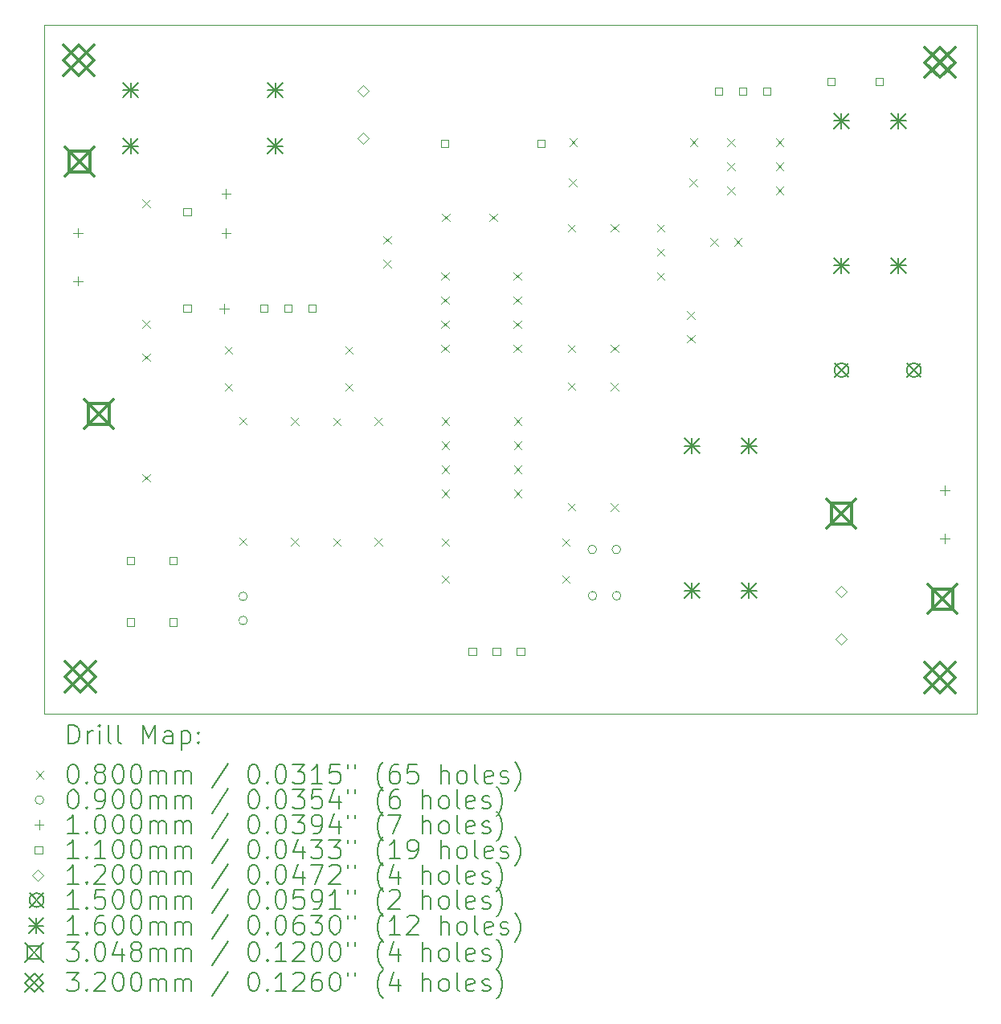
<source format=gbr>
%TF.GenerationSoftware,KiCad,Pcbnew,9.0.6*%
%TF.CreationDate,2025-12-02T20:42:13+09:00*%
%TF.ProjectId,12f683MPPT,31326636-3833-44d5-9050-542e6b696361,rev?*%
%TF.SameCoordinates,Original*%
%TF.FileFunction,Drillmap*%
%TF.FilePolarity,Positive*%
%FSLAX45Y45*%
G04 Gerber Fmt 4.5, Leading zero omitted, Abs format (unit mm)*
G04 Created by KiCad (PCBNEW 9.0.6) date 2025-12-02 20:42:13*
%MOMM*%
%LPD*%
G01*
G04 APERTURE LIST*
%ADD10C,0.050000*%
%ADD11C,0.200000*%
%ADD12C,0.100000*%
%ADD13C,0.110000*%
%ADD14C,0.120000*%
%ADD15C,0.150000*%
%ADD16C,0.160000*%
%ADD17C,0.304800*%
%ADD18C,0.320000*%
G04 APERTURE END LIST*
D10*
X3621000Y-2651000D02*
X3624000Y-9911000D01*
X13452000Y-2651000D02*
X3621000Y-2651000D01*
X13452000Y-9911000D02*
X13452000Y-2651000D01*
X3624000Y-9911000D02*
X13452000Y-9911000D01*
D11*
D12*
X4660000Y-4495000D02*
X4740000Y-4575000D01*
X4740000Y-4495000D02*
X4660000Y-4575000D01*
X4660000Y-5765000D02*
X4740000Y-5845000D01*
X4740000Y-5765000D02*
X4660000Y-5845000D01*
X4660000Y-6115000D02*
X4740000Y-6195000D01*
X4740000Y-6115000D02*
X4660000Y-6195000D01*
X4660000Y-7385000D02*
X4740000Y-7465000D01*
X4740000Y-7385000D02*
X4660000Y-7465000D01*
X5525000Y-6040000D02*
X5605000Y-6120000D01*
X5605000Y-6040000D02*
X5525000Y-6120000D01*
X5525000Y-6430000D02*
X5605000Y-6510000D01*
X5605000Y-6430000D02*
X5525000Y-6510000D01*
X5680000Y-6785000D02*
X5760000Y-6865000D01*
X5760000Y-6785000D02*
X5680000Y-6865000D01*
X5680000Y-8055000D02*
X5760000Y-8135000D01*
X5760000Y-8055000D02*
X5680000Y-8135000D01*
X6224000Y-6788000D02*
X6304000Y-6868000D01*
X6304000Y-6788000D02*
X6224000Y-6868000D01*
X6224000Y-8058000D02*
X6304000Y-8138000D01*
X6304000Y-8058000D02*
X6224000Y-8138000D01*
X6668000Y-6790000D02*
X6748000Y-6870000D01*
X6748000Y-6790000D02*
X6668000Y-6870000D01*
X6668000Y-8060000D02*
X6748000Y-8140000D01*
X6748000Y-8060000D02*
X6668000Y-8140000D01*
X6795000Y-6040000D02*
X6875000Y-6120000D01*
X6875000Y-6040000D02*
X6795000Y-6120000D01*
X6795000Y-6430000D02*
X6875000Y-6510000D01*
X6875000Y-6430000D02*
X6795000Y-6510000D01*
X7106000Y-6787000D02*
X7186000Y-6867000D01*
X7186000Y-6787000D02*
X7106000Y-6867000D01*
X7106000Y-8057000D02*
X7186000Y-8137000D01*
X7186000Y-8057000D02*
X7106000Y-8137000D01*
X7200000Y-4880000D02*
X7280000Y-4960000D01*
X7280000Y-4880000D02*
X7200000Y-4960000D01*
X7200000Y-5130000D02*
X7280000Y-5210000D01*
X7280000Y-5130000D02*
X7200000Y-5210000D01*
X7806000Y-5262000D02*
X7886000Y-5342000D01*
X7886000Y-5262000D02*
X7806000Y-5342000D01*
X7806000Y-5516000D02*
X7886000Y-5596000D01*
X7886000Y-5516000D02*
X7806000Y-5596000D01*
X7806000Y-5770000D02*
X7886000Y-5850000D01*
X7886000Y-5770000D02*
X7806000Y-5850000D01*
X7806000Y-6024000D02*
X7886000Y-6104000D01*
X7886000Y-6024000D02*
X7806000Y-6104000D01*
X7810000Y-6788000D02*
X7890000Y-6868000D01*
X7890000Y-6788000D02*
X7810000Y-6868000D01*
X7810000Y-7042000D02*
X7890000Y-7122000D01*
X7890000Y-7042000D02*
X7810000Y-7122000D01*
X7810000Y-7296000D02*
X7890000Y-7376000D01*
X7890000Y-7296000D02*
X7810000Y-7376000D01*
X7810000Y-7550000D02*
X7890000Y-7630000D01*
X7890000Y-7550000D02*
X7810000Y-7630000D01*
X7810019Y-8059968D02*
X7890019Y-8139968D01*
X7890019Y-8059968D02*
X7810019Y-8139968D01*
X7812604Y-8452903D02*
X7892604Y-8532903D01*
X7892604Y-8452903D02*
X7812604Y-8532903D01*
X7817000Y-4644000D02*
X7897000Y-4724000D01*
X7897000Y-4644000D02*
X7817000Y-4724000D01*
X8317000Y-4644000D02*
X8397000Y-4724000D01*
X8397000Y-4644000D02*
X8317000Y-4724000D01*
X8568000Y-5262000D02*
X8648000Y-5342000D01*
X8648000Y-5262000D02*
X8568000Y-5342000D01*
X8568000Y-5516000D02*
X8648000Y-5596000D01*
X8648000Y-5516000D02*
X8568000Y-5596000D01*
X8568000Y-5770000D02*
X8648000Y-5850000D01*
X8648000Y-5770000D02*
X8568000Y-5850000D01*
X8568000Y-6024000D02*
X8648000Y-6104000D01*
X8648000Y-6024000D02*
X8568000Y-6104000D01*
X8572000Y-6788000D02*
X8652000Y-6868000D01*
X8652000Y-6788000D02*
X8572000Y-6868000D01*
X8572000Y-7042000D02*
X8652000Y-7122000D01*
X8652000Y-7042000D02*
X8572000Y-7122000D01*
X8572000Y-7296000D02*
X8652000Y-7376000D01*
X8652000Y-7296000D02*
X8572000Y-7376000D01*
X8572000Y-7550000D02*
X8652000Y-7630000D01*
X8652000Y-7550000D02*
X8572000Y-7630000D01*
X9080019Y-8059968D02*
X9160019Y-8139968D01*
X9160019Y-8059968D02*
X9080019Y-8139968D01*
X9082604Y-8452903D02*
X9162604Y-8532903D01*
X9162604Y-8452903D02*
X9082604Y-8532903D01*
X9141000Y-6422000D02*
X9221000Y-6502000D01*
X9221000Y-6422000D02*
X9141000Y-6502000D01*
X9141000Y-7692000D02*
X9221000Y-7772000D01*
X9221000Y-7692000D02*
X9141000Y-7772000D01*
X9142000Y-4750000D02*
X9222000Y-4830000D01*
X9222000Y-4750000D02*
X9142000Y-4830000D01*
X9142000Y-6020000D02*
X9222000Y-6100000D01*
X9222000Y-6020000D02*
X9142000Y-6100000D01*
X9155000Y-4275000D02*
X9235000Y-4355000D01*
X9235000Y-4275000D02*
X9155000Y-4355000D01*
X9156000Y-3850000D02*
X9236000Y-3930000D01*
X9236000Y-3850000D02*
X9156000Y-3930000D01*
X9594000Y-6423000D02*
X9674000Y-6503000D01*
X9674000Y-6423000D02*
X9594000Y-6503000D01*
X9594000Y-7693000D02*
X9674000Y-7773000D01*
X9674000Y-7693000D02*
X9594000Y-7773000D01*
X9596000Y-4750000D02*
X9676000Y-4830000D01*
X9676000Y-4750000D02*
X9596000Y-4830000D01*
X9596000Y-6020000D02*
X9676000Y-6100000D01*
X9676000Y-6020000D02*
X9596000Y-6100000D01*
X10079000Y-4751000D02*
X10159000Y-4831000D01*
X10159000Y-4751000D02*
X10079000Y-4831000D01*
X10079000Y-5005000D02*
X10159000Y-5085000D01*
X10159000Y-5005000D02*
X10079000Y-5085000D01*
X10079000Y-5259000D02*
X10159000Y-5339000D01*
X10159000Y-5259000D02*
X10079000Y-5339000D01*
X10400000Y-5670000D02*
X10480000Y-5750000D01*
X10480000Y-5670000D02*
X10400000Y-5750000D01*
X10400000Y-5920000D02*
X10480000Y-6000000D01*
X10480000Y-5920000D02*
X10400000Y-6000000D01*
X10425000Y-4275000D02*
X10505000Y-4355000D01*
X10505000Y-4275000D02*
X10425000Y-4355000D01*
X10426000Y-3850000D02*
X10506000Y-3930000D01*
X10506000Y-3850000D02*
X10426000Y-3930000D01*
X10643219Y-4898927D02*
X10723219Y-4978927D01*
X10723219Y-4898927D02*
X10643219Y-4978927D01*
X10823000Y-3850000D02*
X10903000Y-3930000D01*
X10903000Y-3850000D02*
X10823000Y-3930000D01*
X10823000Y-4104000D02*
X10903000Y-4184000D01*
X10903000Y-4104000D02*
X10823000Y-4184000D01*
X10823000Y-4358000D02*
X10903000Y-4438000D01*
X10903000Y-4358000D02*
X10823000Y-4438000D01*
X10893219Y-4898927D02*
X10973219Y-4978927D01*
X10973219Y-4898927D02*
X10893219Y-4978927D01*
X11333000Y-3850000D02*
X11413000Y-3930000D01*
X11413000Y-3850000D02*
X11333000Y-3930000D01*
X11333000Y-4104000D02*
X11413000Y-4184000D01*
X11413000Y-4104000D02*
X11333000Y-4184000D01*
X11333000Y-4358000D02*
X11413000Y-4438000D01*
X11413000Y-4358000D02*
X11333000Y-4438000D01*
X5765000Y-8673500D02*
G75*
G02*
X5675000Y-8673500I-45000J0D01*
G01*
X5675000Y-8673500D02*
G75*
G02*
X5765000Y-8673500I45000J0D01*
G01*
X5765000Y-8927500D02*
G75*
G02*
X5675000Y-8927500I-45000J0D01*
G01*
X5675000Y-8927500D02*
G75*
G02*
X5765000Y-8927500I45000J0D01*
G01*
X9444000Y-8180000D02*
G75*
G02*
X9354000Y-8180000I-45000J0D01*
G01*
X9354000Y-8180000D02*
G75*
G02*
X9444000Y-8180000I45000J0D01*
G01*
X9447000Y-8667000D02*
G75*
G02*
X9357000Y-8667000I-45000J0D01*
G01*
X9357000Y-8667000D02*
G75*
G02*
X9447000Y-8667000I45000J0D01*
G01*
X9698000Y-8180000D02*
G75*
G02*
X9608000Y-8180000I-45000J0D01*
G01*
X9608000Y-8180000D02*
G75*
G02*
X9698000Y-8180000I45000J0D01*
G01*
X9701000Y-8667000D02*
G75*
G02*
X9611000Y-8667000I-45000J0D01*
G01*
X9611000Y-8667000D02*
G75*
G02*
X9701000Y-8667000I45000J0D01*
G01*
X3980000Y-4793000D02*
X3980000Y-4893000D01*
X3930000Y-4843000D02*
X4030000Y-4843000D01*
X3980000Y-5301000D02*
X3980000Y-5401000D01*
X3930000Y-5351000D02*
X4030000Y-5351000D01*
X5520000Y-5590000D02*
X5520000Y-5690000D01*
X5470000Y-5640000D02*
X5570000Y-5640000D01*
X5540000Y-4380000D02*
X5540000Y-4480000D01*
X5490000Y-4430000D02*
X5590000Y-4430000D01*
X5540000Y-4800000D02*
X5540000Y-4900000D01*
X5490000Y-4850000D02*
X5590000Y-4850000D01*
X13115000Y-7506000D02*
X13115000Y-7606000D01*
X13065000Y-7556000D02*
X13165000Y-7556000D01*
X13115000Y-8014000D02*
X13115000Y-8114000D01*
X13065000Y-8064000D02*
X13165000Y-8064000D01*
D13*
X4573891Y-8333891D02*
X4573891Y-8256109D01*
X4496109Y-8256109D01*
X4496109Y-8333891D01*
X4573891Y-8333891D01*
X4573891Y-8983891D02*
X4573891Y-8906109D01*
X4496109Y-8906109D01*
X4496109Y-8983891D01*
X4573891Y-8983891D01*
X5023891Y-8333891D02*
X5023891Y-8256109D01*
X4946109Y-8256109D01*
X4946109Y-8333891D01*
X5023891Y-8333891D01*
X5023891Y-8983891D02*
X5023891Y-8906109D01*
X4946109Y-8906109D01*
X4946109Y-8983891D01*
X5023891Y-8983891D01*
X5168891Y-4660891D02*
X5168891Y-4583109D01*
X5091109Y-4583109D01*
X5091109Y-4660891D01*
X5168891Y-4660891D01*
X5168891Y-5676891D02*
X5168891Y-5599109D01*
X5091109Y-5599109D01*
X5091109Y-5676891D01*
X5168891Y-5676891D01*
X5980891Y-5678891D02*
X5980891Y-5601109D01*
X5903109Y-5601109D01*
X5903109Y-5678891D01*
X5980891Y-5678891D01*
X6234891Y-5678891D02*
X6234891Y-5601109D01*
X6157109Y-5601109D01*
X6157109Y-5678891D01*
X6234891Y-5678891D01*
X6488891Y-5678891D02*
X6488891Y-5601109D01*
X6411109Y-5601109D01*
X6411109Y-5678891D01*
X6488891Y-5678891D01*
X7882411Y-3942871D02*
X7882411Y-3865089D01*
X7804629Y-3865089D01*
X7804629Y-3942871D01*
X7882411Y-3942871D01*
X8174891Y-9294391D02*
X8174891Y-9216609D01*
X8097109Y-9216609D01*
X8097109Y-9294391D01*
X8174891Y-9294391D01*
X8428891Y-9294391D02*
X8428891Y-9216609D01*
X8351109Y-9216609D01*
X8351109Y-9294391D01*
X8428891Y-9294391D01*
X8682891Y-9294391D02*
X8682891Y-9216609D01*
X8605109Y-9216609D01*
X8605109Y-9294391D01*
X8682891Y-9294391D01*
X8898411Y-3942871D02*
X8898411Y-3865089D01*
X8820629Y-3865089D01*
X8820629Y-3942871D01*
X8898411Y-3942871D01*
X10768891Y-3388891D02*
X10768891Y-3311109D01*
X10691109Y-3311109D01*
X10691109Y-3388891D01*
X10768891Y-3388891D01*
X11022891Y-3388891D02*
X11022891Y-3311109D01*
X10945109Y-3311109D01*
X10945109Y-3388891D01*
X11022891Y-3388891D01*
X11276891Y-3388891D02*
X11276891Y-3311109D01*
X11199109Y-3311109D01*
X11199109Y-3388891D01*
X11276891Y-3388891D01*
X11956673Y-3288891D02*
X11956673Y-3211109D01*
X11878891Y-3211109D01*
X11878891Y-3288891D01*
X11956673Y-3288891D01*
X12464673Y-3288891D02*
X12464673Y-3211109D01*
X12386891Y-3211109D01*
X12386891Y-3288891D01*
X12464673Y-3288891D01*
D14*
X6985000Y-3407000D02*
X7045000Y-3347000D01*
X6985000Y-3287000D01*
X6925000Y-3347000D01*
X6985000Y-3407000D01*
X6985000Y-3907000D02*
X7045000Y-3847000D01*
X6985000Y-3787000D01*
X6925000Y-3847000D01*
X6985000Y-3907000D01*
X12025000Y-8685000D02*
X12085000Y-8625000D01*
X12025000Y-8565000D01*
X11965000Y-8625000D01*
X12025000Y-8685000D01*
X12025000Y-9185000D02*
X12085000Y-9125000D01*
X12025000Y-9065000D01*
X11965000Y-9125000D01*
X12025000Y-9185000D01*
D15*
X11952000Y-6215000D02*
X12102000Y-6365000D01*
X12102000Y-6215000D02*
X11952000Y-6365000D01*
X12102000Y-6290000D02*
G75*
G02*
X11952000Y-6290000I-75000J0D01*
G01*
X11952000Y-6290000D02*
G75*
G02*
X12102000Y-6290000I75000J0D01*
G01*
X12714000Y-6215000D02*
X12864000Y-6365000D01*
X12864000Y-6215000D02*
X12714000Y-6365000D01*
X12864000Y-6290000D02*
G75*
G02*
X12714000Y-6290000I-75000J0D01*
G01*
X12714000Y-6290000D02*
G75*
G02*
X12864000Y-6290000I75000J0D01*
G01*
D16*
X4455000Y-3260000D02*
X4615000Y-3420000D01*
X4615000Y-3260000D02*
X4455000Y-3420000D01*
X4535000Y-3260000D02*
X4535000Y-3420000D01*
X4455000Y-3340000D02*
X4615000Y-3340000D01*
X4455000Y-3850000D02*
X4615000Y-4010000D01*
X4615000Y-3850000D02*
X4455000Y-4010000D01*
X4535000Y-3850000D02*
X4535000Y-4010000D01*
X4455000Y-3930000D02*
X4615000Y-3930000D01*
X5979000Y-3260000D02*
X6139000Y-3420000D01*
X6139000Y-3260000D02*
X5979000Y-3420000D01*
X6059000Y-3260000D02*
X6059000Y-3420000D01*
X5979000Y-3340000D02*
X6139000Y-3340000D01*
X5979000Y-3850000D02*
X6139000Y-4010000D01*
X6139000Y-3850000D02*
X5979000Y-4010000D01*
X6059000Y-3850000D02*
X6059000Y-4010000D01*
X5979000Y-3930000D02*
X6139000Y-3930000D01*
X10370000Y-7007500D02*
X10530000Y-7167500D01*
X10530000Y-7007500D02*
X10370000Y-7167500D01*
X10450000Y-7007500D02*
X10450000Y-7167500D01*
X10370000Y-7087500D02*
X10530000Y-7087500D01*
X10370000Y-8531500D02*
X10530000Y-8691500D01*
X10530000Y-8531500D02*
X10370000Y-8691500D01*
X10450000Y-8531500D02*
X10450000Y-8691500D01*
X10370000Y-8611500D02*
X10530000Y-8611500D01*
X10970000Y-7007500D02*
X11130000Y-7167500D01*
X11130000Y-7007500D02*
X10970000Y-7167500D01*
X11050000Y-7007500D02*
X11050000Y-7167500D01*
X10970000Y-7087500D02*
X11130000Y-7087500D01*
X10970000Y-8531500D02*
X11130000Y-8691500D01*
X11130000Y-8531500D02*
X10970000Y-8691500D01*
X11050000Y-8531500D02*
X11050000Y-8691500D01*
X10970000Y-8611500D02*
X11130000Y-8611500D01*
X11945000Y-3583500D02*
X12105000Y-3743500D01*
X12105000Y-3583500D02*
X11945000Y-3743500D01*
X12025000Y-3583500D02*
X12025000Y-3743500D01*
X11945000Y-3663500D02*
X12105000Y-3663500D01*
X11945000Y-5107500D02*
X12105000Y-5267500D01*
X12105000Y-5107500D02*
X11945000Y-5267500D01*
X12025000Y-5107500D02*
X12025000Y-5267500D01*
X11945000Y-5187500D02*
X12105000Y-5187500D01*
X12545000Y-3584000D02*
X12705000Y-3744000D01*
X12705000Y-3584000D02*
X12545000Y-3744000D01*
X12625000Y-3584000D02*
X12625000Y-3744000D01*
X12545000Y-3664000D02*
X12705000Y-3664000D01*
X12545000Y-5108000D02*
X12705000Y-5268000D01*
X12705000Y-5108000D02*
X12545000Y-5268000D01*
X12625000Y-5108000D02*
X12625000Y-5268000D01*
X12545000Y-5188000D02*
X12705000Y-5188000D01*
D17*
X3841600Y-3942600D02*
X4146400Y-4247400D01*
X4146400Y-3942600D02*
X3841600Y-4247400D01*
X4101764Y-4202764D02*
X4101764Y-3987236D01*
X3886236Y-3987236D01*
X3886236Y-4202764D01*
X4101764Y-4202764D01*
X4047600Y-6597600D02*
X4352400Y-6902400D01*
X4352400Y-6597600D02*
X4047600Y-6902400D01*
X4307764Y-6857764D02*
X4307764Y-6642236D01*
X4092236Y-6642236D01*
X4092236Y-6857764D01*
X4307764Y-6857764D01*
X11872600Y-7647600D02*
X12177400Y-7952400D01*
X12177400Y-7647600D02*
X11872600Y-7952400D01*
X12132764Y-7907764D02*
X12132764Y-7692236D01*
X11917236Y-7692236D01*
X11917236Y-7907764D01*
X12132764Y-7907764D01*
X12938600Y-8550600D02*
X13243400Y-8855400D01*
X13243400Y-8550600D02*
X12938600Y-8855400D01*
X13198764Y-8810764D02*
X13198764Y-8595236D01*
X12983236Y-8595236D01*
X12983236Y-8810764D01*
X13198764Y-8810764D01*
D18*
X3830340Y-2865140D02*
X4150340Y-3185140D01*
X4150340Y-2865140D02*
X3830340Y-3185140D01*
X3990340Y-3185140D02*
X4150340Y-3025140D01*
X3990340Y-2865140D01*
X3830340Y-3025140D01*
X3990340Y-3185140D01*
X3845580Y-9359920D02*
X4165580Y-9679920D01*
X4165580Y-9359920D02*
X3845580Y-9679920D01*
X4005580Y-9679920D02*
X4165580Y-9519920D01*
X4005580Y-9359920D01*
X3845580Y-9519920D01*
X4005580Y-9679920D01*
X12900680Y-9367540D02*
X13220680Y-9687540D01*
X13220680Y-9367540D02*
X12900680Y-9687540D01*
X13060680Y-9687540D02*
X13220680Y-9527540D01*
X13060680Y-9367540D01*
X12900680Y-9527540D01*
X13060680Y-9687540D01*
X12905760Y-2888000D02*
X13225760Y-3208000D01*
X13225760Y-2888000D02*
X12905760Y-3208000D01*
X13065760Y-3208000D02*
X13225760Y-3048000D01*
X13065760Y-2888000D01*
X12905760Y-3048000D01*
X13065760Y-3208000D01*
D11*
X3879277Y-10224984D02*
X3879277Y-10024984D01*
X3879277Y-10024984D02*
X3926896Y-10024984D01*
X3926896Y-10024984D02*
X3955467Y-10034508D01*
X3955467Y-10034508D02*
X3974515Y-10053555D01*
X3974515Y-10053555D02*
X3984039Y-10072603D01*
X3984039Y-10072603D02*
X3993562Y-10110698D01*
X3993562Y-10110698D02*
X3993562Y-10139270D01*
X3993562Y-10139270D02*
X3984039Y-10177365D01*
X3984039Y-10177365D02*
X3974515Y-10196412D01*
X3974515Y-10196412D02*
X3955467Y-10215460D01*
X3955467Y-10215460D02*
X3926896Y-10224984D01*
X3926896Y-10224984D02*
X3879277Y-10224984D01*
X4079277Y-10224984D02*
X4079277Y-10091650D01*
X4079277Y-10129746D02*
X4088801Y-10110698D01*
X4088801Y-10110698D02*
X4098324Y-10101174D01*
X4098324Y-10101174D02*
X4117372Y-10091650D01*
X4117372Y-10091650D02*
X4136420Y-10091650D01*
X4203086Y-10224984D02*
X4203086Y-10091650D01*
X4203086Y-10024984D02*
X4193562Y-10034508D01*
X4193562Y-10034508D02*
X4203086Y-10044031D01*
X4203086Y-10044031D02*
X4212610Y-10034508D01*
X4212610Y-10034508D02*
X4203086Y-10024984D01*
X4203086Y-10024984D02*
X4203086Y-10044031D01*
X4326896Y-10224984D02*
X4307848Y-10215460D01*
X4307848Y-10215460D02*
X4298324Y-10196412D01*
X4298324Y-10196412D02*
X4298324Y-10024984D01*
X4431658Y-10224984D02*
X4412610Y-10215460D01*
X4412610Y-10215460D02*
X4403086Y-10196412D01*
X4403086Y-10196412D02*
X4403086Y-10024984D01*
X4660229Y-10224984D02*
X4660229Y-10024984D01*
X4660229Y-10024984D02*
X4726896Y-10167841D01*
X4726896Y-10167841D02*
X4793563Y-10024984D01*
X4793563Y-10024984D02*
X4793563Y-10224984D01*
X4974515Y-10224984D02*
X4974515Y-10120222D01*
X4974515Y-10120222D02*
X4964991Y-10101174D01*
X4964991Y-10101174D02*
X4945944Y-10091650D01*
X4945944Y-10091650D02*
X4907848Y-10091650D01*
X4907848Y-10091650D02*
X4888801Y-10101174D01*
X4974515Y-10215460D02*
X4955467Y-10224984D01*
X4955467Y-10224984D02*
X4907848Y-10224984D01*
X4907848Y-10224984D02*
X4888801Y-10215460D01*
X4888801Y-10215460D02*
X4879277Y-10196412D01*
X4879277Y-10196412D02*
X4879277Y-10177365D01*
X4879277Y-10177365D02*
X4888801Y-10158317D01*
X4888801Y-10158317D02*
X4907848Y-10148793D01*
X4907848Y-10148793D02*
X4955467Y-10148793D01*
X4955467Y-10148793D02*
X4974515Y-10139270D01*
X5069753Y-10091650D02*
X5069753Y-10291650D01*
X5069753Y-10101174D02*
X5088801Y-10091650D01*
X5088801Y-10091650D02*
X5126896Y-10091650D01*
X5126896Y-10091650D02*
X5145944Y-10101174D01*
X5145944Y-10101174D02*
X5155467Y-10110698D01*
X5155467Y-10110698D02*
X5164991Y-10129746D01*
X5164991Y-10129746D02*
X5164991Y-10186889D01*
X5164991Y-10186889D02*
X5155467Y-10205936D01*
X5155467Y-10205936D02*
X5145944Y-10215460D01*
X5145944Y-10215460D02*
X5126896Y-10224984D01*
X5126896Y-10224984D02*
X5088801Y-10224984D01*
X5088801Y-10224984D02*
X5069753Y-10215460D01*
X5250705Y-10205936D02*
X5260229Y-10215460D01*
X5260229Y-10215460D02*
X5250705Y-10224984D01*
X5250705Y-10224984D02*
X5241182Y-10215460D01*
X5241182Y-10215460D02*
X5250705Y-10205936D01*
X5250705Y-10205936D02*
X5250705Y-10224984D01*
X5250705Y-10101174D02*
X5260229Y-10110698D01*
X5260229Y-10110698D02*
X5250705Y-10120222D01*
X5250705Y-10120222D02*
X5241182Y-10110698D01*
X5241182Y-10110698D02*
X5250705Y-10101174D01*
X5250705Y-10101174D02*
X5250705Y-10120222D01*
D12*
X3538500Y-10513500D02*
X3618500Y-10593500D01*
X3618500Y-10513500D02*
X3538500Y-10593500D01*
D11*
X3917372Y-10444984D02*
X3936420Y-10444984D01*
X3936420Y-10444984D02*
X3955467Y-10454508D01*
X3955467Y-10454508D02*
X3964991Y-10464031D01*
X3964991Y-10464031D02*
X3974515Y-10483079D01*
X3974515Y-10483079D02*
X3984039Y-10521174D01*
X3984039Y-10521174D02*
X3984039Y-10568793D01*
X3984039Y-10568793D02*
X3974515Y-10606889D01*
X3974515Y-10606889D02*
X3964991Y-10625936D01*
X3964991Y-10625936D02*
X3955467Y-10635460D01*
X3955467Y-10635460D02*
X3936420Y-10644984D01*
X3936420Y-10644984D02*
X3917372Y-10644984D01*
X3917372Y-10644984D02*
X3898324Y-10635460D01*
X3898324Y-10635460D02*
X3888801Y-10625936D01*
X3888801Y-10625936D02*
X3879277Y-10606889D01*
X3879277Y-10606889D02*
X3869753Y-10568793D01*
X3869753Y-10568793D02*
X3869753Y-10521174D01*
X3869753Y-10521174D02*
X3879277Y-10483079D01*
X3879277Y-10483079D02*
X3888801Y-10464031D01*
X3888801Y-10464031D02*
X3898324Y-10454508D01*
X3898324Y-10454508D02*
X3917372Y-10444984D01*
X4069753Y-10625936D02*
X4079277Y-10635460D01*
X4079277Y-10635460D02*
X4069753Y-10644984D01*
X4069753Y-10644984D02*
X4060229Y-10635460D01*
X4060229Y-10635460D02*
X4069753Y-10625936D01*
X4069753Y-10625936D02*
X4069753Y-10644984D01*
X4193562Y-10530698D02*
X4174515Y-10521174D01*
X4174515Y-10521174D02*
X4164991Y-10511650D01*
X4164991Y-10511650D02*
X4155467Y-10492603D01*
X4155467Y-10492603D02*
X4155467Y-10483079D01*
X4155467Y-10483079D02*
X4164991Y-10464031D01*
X4164991Y-10464031D02*
X4174515Y-10454508D01*
X4174515Y-10454508D02*
X4193562Y-10444984D01*
X4193562Y-10444984D02*
X4231658Y-10444984D01*
X4231658Y-10444984D02*
X4250705Y-10454508D01*
X4250705Y-10454508D02*
X4260229Y-10464031D01*
X4260229Y-10464031D02*
X4269753Y-10483079D01*
X4269753Y-10483079D02*
X4269753Y-10492603D01*
X4269753Y-10492603D02*
X4260229Y-10511650D01*
X4260229Y-10511650D02*
X4250705Y-10521174D01*
X4250705Y-10521174D02*
X4231658Y-10530698D01*
X4231658Y-10530698D02*
X4193562Y-10530698D01*
X4193562Y-10530698D02*
X4174515Y-10540222D01*
X4174515Y-10540222D02*
X4164991Y-10549746D01*
X4164991Y-10549746D02*
X4155467Y-10568793D01*
X4155467Y-10568793D02*
X4155467Y-10606889D01*
X4155467Y-10606889D02*
X4164991Y-10625936D01*
X4164991Y-10625936D02*
X4174515Y-10635460D01*
X4174515Y-10635460D02*
X4193562Y-10644984D01*
X4193562Y-10644984D02*
X4231658Y-10644984D01*
X4231658Y-10644984D02*
X4250705Y-10635460D01*
X4250705Y-10635460D02*
X4260229Y-10625936D01*
X4260229Y-10625936D02*
X4269753Y-10606889D01*
X4269753Y-10606889D02*
X4269753Y-10568793D01*
X4269753Y-10568793D02*
X4260229Y-10549746D01*
X4260229Y-10549746D02*
X4250705Y-10540222D01*
X4250705Y-10540222D02*
X4231658Y-10530698D01*
X4393563Y-10444984D02*
X4412610Y-10444984D01*
X4412610Y-10444984D02*
X4431658Y-10454508D01*
X4431658Y-10454508D02*
X4441182Y-10464031D01*
X4441182Y-10464031D02*
X4450705Y-10483079D01*
X4450705Y-10483079D02*
X4460229Y-10521174D01*
X4460229Y-10521174D02*
X4460229Y-10568793D01*
X4460229Y-10568793D02*
X4450705Y-10606889D01*
X4450705Y-10606889D02*
X4441182Y-10625936D01*
X4441182Y-10625936D02*
X4431658Y-10635460D01*
X4431658Y-10635460D02*
X4412610Y-10644984D01*
X4412610Y-10644984D02*
X4393563Y-10644984D01*
X4393563Y-10644984D02*
X4374515Y-10635460D01*
X4374515Y-10635460D02*
X4364991Y-10625936D01*
X4364991Y-10625936D02*
X4355467Y-10606889D01*
X4355467Y-10606889D02*
X4345944Y-10568793D01*
X4345944Y-10568793D02*
X4345944Y-10521174D01*
X4345944Y-10521174D02*
X4355467Y-10483079D01*
X4355467Y-10483079D02*
X4364991Y-10464031D01*
X4364991Y-10464031D02*
X4374515Y-10454508D01*
X4374515Y-10454508D02*
X4393563Y-10444984D01*
X4584039Y-10444984D02*
X4603086Y-10444984D01*
X4603086Y-10444984D02*
X4622134Y-10454508D01*
X4622134Y-10454508D02*
X4631658Y-10464031D01*
X4631658Y-10464031D02*
X4641182Y-10483079D01*
X4641182Y-10483079D02*
X4650705Y-10521174D01*
X4650705Y-10521174D02*
X4650705Y-10568793D01*
X4650705Y-10568793D02*
X4641182Y-10606889D01*
X4641182Y-10606889D02*
X4631658Y-10625936D01*
X4631658Y-10625936D02*
X4622134Y-10635460D01*
X4622134Y-10635460D02*
X4603086Y-10644984D01*
X4603086Y-10644984D02*
X4584039Y-10644984D01*
X4584039Y-10644984D02*
X4564991Y-10635460D01*
X4564991Y-10635460D02*
X4555467Y-10625936D01*
X4555467Y-10625936D02*
X4545944Y-10606889D01*
X4545944Y-10606889D02*
X4536420Y-10568793D01*
X4536420Y-10568793D02*
X4536420Y-10521174D01*
X4536420Y-10521174D02*
X4545944Y-10483079D01*
X4545944Y-10483079D02*
X4555467Y-10464031D01*
X4555467Y-10464031D02*
X4564991Y-10454508D01*
X4564991Y-10454508D02*
X4584039Y-10444984D01*
X4736420Y-10644984D02*
X4736420Y-10511650D01*
X4736420Y-10530698D02*
X4745944Y-10521174D01*
X4745944Y-10521174D02*
X4764991Y-10511650D01*
X4764991Y-10511650D02*
X4793563Y-10511650D01*
X4793563Y-10511650D02*
X4812610Y-10521174D01*
X4812610Y-10521174D02*
X4822134Y-10540222D01*
X4822134Y-10540222D02*
X4822134Y-10644984D01*
X4822134Y-10540222D02*
X4831658Y-10521174D01*
X4831658Y-10521174D02*
X4850705Y-10511650D01*
X4850705Y-10511650D02*
X4879277Y-10511650D01*
X4879277Y-10511650D02*
X4898325Y-10521174D01*
X4898325Y-10521174D02*
X4907848Y-10540222D01*
X4907848Y-10540222D02*
X4907848Y-10644984D01*
X5003086Y-10644984D02*
X5003086Y-10511650D01*
X5003086Y-10530698D02*
X5012610Y-10521174D01*
X5012610Y-10521174D02*
X5031658Y-10511650D01*
X5031658Y-10511650D02*
X5060229Y-10511650D01*
X5060229Y-10511650D02*
X5079277Y-10521174D01*
X5079277Y-10521174D02*
X5088801Y-10540222D01*
X5088801Y-10540222D02*
X5088801Y-10644984D01*
X5088801Y-10540222D02*
X5098325Y-10521174D01*
X5098325Y-10521174D02*
X5117372Y-10511650D01*
X5117372Y-10511650D02*
X5145944Y-10511650D01*
X5145944Y-10511650D02*
X5164991Y-10521174D01*
X5164991Y-10521174D02*
X5174515Y-10540222D01*
X5174515Y-10540222D02*
X5174515Y-10644984D01*
X5564991Y-10435460D02*
X5393563Y-10692603D01*
X5822134Y-10444984D02*
X5841182Y-10444984D01*
X5841182Y-10444984D02*
X5860229Y-10454508D01*
X5860229Y-10454508D02*
X5869753Y-10464031D01*
X5869753Y-10464031D02*
X5879277Y-10483079D01*
X5879277Y-10483079D02*
X5888801Y-10521174D01*
X5888801Y-10521174D02*
X5888801Y-10568793D01*
X5888801Y-10568793D02*
X5879277Y-10606889D01*
X5879277Y-10606889D02*
X5869753Y-10625936D01*
X5869753Y-10625936D02*
X5860229Y-10635460D01*
X5860229Y-10635460D02*
X5841182Y-10644984D01*
X5841182Y-10644984D02*
X5822134Y-10644984D01*
X5822134Y-10644984D02*
X5803086Y-10635460D01*
X5803086Y-10635460D02*
X5793563Y-10625936D01*
X5793563Y-10625936D02*
X5784039Y-10606889D01*
X5784039Y-10606889D02*
X5774515Y-10568793D01*
X5774515Y-10568793D02*
X5774515Y-10521174D01*
X5774515Y-10521174D02*
X5784039Y-10483079D01*
X5784039Y-10483079D02*
X5793563Y-10464031D01*
X5793563Y-10464031D02*
X5803086Y-10454508D01*
X5803086Y-10454508D02*
X5822134Y-10444984D01*
X5974515Y-10625936D02*
X5984039Y-10635460D01*
X5984039Y-10635460D02*
X5974515Y-10644984D01*
X5974515Y-10644984D02*
X5964991Y-10635460D01*
X5964991Y-10635460D02*
X5974515Y-10625936D01*
X5974515Y-10625936D02*
X5974515Y-10644984D01*
X6107848Y-10444984D02*
X6126896Y-10444984D01*
X6126896Y-10444984D02*
X6145944Y-10454508D01*
X6145944Y-10454508D02*
X6155467Y-10464031D01*
X6155467Y-10464031D02*
X6164991Y-10483079D01*
X6164991Y-10483079D02*
X6174515Y-10521174D01*
X6174515Y-10521174D02*
X6174515Y-10568793D01*
X6174515Y-10568793D02*
X6164991Y-10606889D01*
X6164991Y-10606889D02*
X6155467Y-10625936D01*
X6155467Y-10625936D02*
X6145944Y-10635460D01*
X6145944Y-10635460D02*
X6126896Y-10644984D01*
X6126896Y-10644984D02*
X6107848Y-10644984D01*
X6107848Y-10644984D02*
X6088801Y-10635460D01*
X6088801Y-10635460D02*
X6079277Y-10625936D01*
X6079277Y-10625936D02*
X6069753Y-10606889D01*
X6069753Y-10606889D02*
X6060229Y-10568793D01*
X6060229Y-10568793D02*
X6060229Y-10521174D01*
X6060229Y-10521174D02*
X6069753Y-10483079D01*
X6069753Y-10483079D02*
X6079277Y-10464031D01*
X6079277Y-10464031D02*
X6088801Y-10454508D01*
X6088801Y-10454508D02*
X6107848Y-10444984D01*
X6241182Y-10444984D02*
X6364991Y-10444984D01*
X6364991Y-10444984D02*
X6298325Y-10521174D01*
X6298325Y-10521174D02*
X6326896Y-10521174D01*
X6326896Y-10521174D02*
X6345944Y-10530698D01*
X6345944Y-10530698D02*
X6355467Y-10540222D01*
X6355467Y-10540222D02*
X6364991Y-10559270D01*
X6364991Y-10559270D02*
X6364991Y-10606889D01*
X6364991Y-10606889D02*
X6355467Y-10625936D01*
X6355467Y-10625936D02*
X6345944Y-10635460D01*
X6345944Y-10635460D02*
X6326896Y-10644984D01*
X6326896Y-10644984D02*
X6269753Y-10644984D01*
X6269753Y-10644984D02*
X6250706Y-10635460D01*
X6250706Y-10635460D02*
X6241182Y-10625936D01*
X6555467Y-10644984D02*
X6441182Y-10644984D01*
X6498325Y-10644984D02*
X6498325Y-10444984D01*
X6498325Y-10444984D02*
X6479277Y-10473555D01*
X6479277Y-10473555D02*
X6460229Y-10492603D01*
X6460229Y-10492603D02*
X6441182Y-10502127D01*
X6736420Y-10444984D02*
X6641182Y-10444984D01*
X6641182Y-10444984D02*
X6631658Y-10540222D01*
X6631658Y-10540222D02*
X6641182Y-10530698D01*
X6641182Y-10530698D02*
X6660229Y-10521174D01*
X6660229Y-10521174D02*
X6707848Y-10521174D01*
X6707848Y-10521174D02*
X6726896Y-10530698D01*
X6726896Y-10530698D02*
X6736420Y-10540222D01*
X6736420Y-10540222D02*
X6745944Y-10559270D01*
X6745944Y-10559270D02*
X6745944Y-10606889D01*
X6745944Y-10606889D02*
X6736420Y-10625936D01*
X6736420Y-10625936D02*
X6726896Y-10635460D01*
X6726896Y-10635460D02*
X6707848Y-10644984D01*
X6707848Y-10644984D02*
X6660229Y-10644984D01*
X6660229Y-10644984D02*
X6641182Y-10635460D01*
X6641182Y-10635460D02*
X6631658Y-10625936D01*
X6822134Y-10444984D02*
X6822134Y-10483079D01*
X6898325Y-10444984D02*
X6898325Y-10483079D01*
X7193563Y-10721174D02*
X7184039Y-10711650D01*
X7184039Y-10711650D02*
X7164991Y-10683079D01*
X7164991Y-10683079D02*
X7155468Y-10664031D01*
X7155468Y-10664031D02*
X7145944Y-10635460D01*
X7145944Y-10635460D02*
X7136420Y-10587841D01*
X7136420Y-10587841D02*
X7136420Y-10549746D01*
X7136420Y-10549746D02*
X7145944Y-10502127D01*
X7145944Y-10502127D02*
X7155468Y-10473555D01*
X7155468Y-10473555D02*
X7164991Y-10454508D01*
X7164991Y-10454508D02*
X7184039Y-10425936D01*
X7184039Y-10425936D02*
X7193563Y-10416412D01*
X7355468Y-10444984D02*
X7317372Y-10444984D01*
X7317372Y-10444984D02*
X7298325Y-10454508D01*
X7298325Y-10454508D02*
X7288801Y-10464031D01*
X7288801Y-10464031D02*
X7269753Y-10492603D01*
X7269753Y-10492603D02*
X7260229Y-10530698D01*
X7260229Y-10530698D02*
X7260229Y-10606889D01*
X7260229Y-10606889D02*
X7269753Y-10625936D01*
X7269753Y-10625936D02*
X7279277Y-10635460D01*
X7279277Y-10635460D02*
X7298325Y-10644984D01*
X7298325Y-10644984D02*
X7336420Y-10644984D01*
X7336420Y-10644984D02*
X7355468Y-10635460D01*
X7355468Y-10635460D02*
X7364991Y-10625936D01*
X7364991Y-10625936D02*
X7374515Y-10606889D01*
X7374515Y-10606889D02*
X7374515Y-10559270D01*
X7374515Y-10559270D02*
X7364991Y-10540222D01*
X7364991Y-10540222D02*
X7355468Y-10530698D01*
X7355468Y-10530698D02*
X7336420Y-10521174D01*
X7336420Y-10521174D02*
X7298325Y-10521174D01*
X7298325Y-10521174D02*
X7279277Y-10530698D01*
X7279277Y-10530698D02*
X7269753Y-10540222D01*
X7269753Y-10540222D02*
X7260229Y-10559270D01*
X7555468Y-10444984D02*
X7460229Y-10444984D01*
X7460229Y-10444984D02*
X7450706Y-10540222D01*
X7450706Y-10540222D02*
X7460229Y-10530698D01*
X7460229Y-10530698D02*
X7479277Y-10521174D01*
X7479277Y-10521174D02*
X7526896Y-10521174D01*
X7526896Y-10521174D02*
X7545944Y-10530698D01*
X7545944Y-10530698D02*
X7555468Y-10540222D01*
X7555468Y-10540222D02*
X7564991Y-10559270D01*
X7564991Y-10559270D02*
X7564991Y-10606889D01*
X7564991Y-10606889D02*
X7555468Y-10625936D01*
X7555468Y-10625936D02*
X7545944Y-10635460D01*
X7545944Y-10635460D02*
X7526896Y-10644984D01*
X7526896Y-10644984D02*
X7479277Y-10644984D01*
X7479277Y-10644984D02*
X7460229Y-10635460D01*
X7460229Y-10635460D02*
X7450706Y-10625936D01*
X7803087Y-10644984D02*
X7803087Y-10444984D01*
X7888801Y-10644984D02*
X7888801Y-10540222D01*
X7888801Y-10540222D02*
X7879277Y-10521174D01*
X7879277Y-10521174D02*
X7860230Y-10511650D01*
X7860230Y-10511650D02*
X7831658Y-10511650D01*
X7831658Y-10511650D02*
X7812610Y-10521174D01*
X7812610Y-10521174D02*
X7803087Y-10530698D01*
X8012610Y-10644984D02*
X7993563Y-10635460D01*
X7993563Y-10635460D02*
X7984039Y-10625936D01*
X7984039Y-10625936D02*
X7974515Y-10606889D01*
X7974515Y-10606889D02*
X7974515Y-10549746D01*
X7974515Y-10549746D02*
X7984039Y-10530698D01*
X7984039Y-10530698D02*
X7993563Y-10521174D01*
X7993563Y-10521174D02*
X8012610Y-10511650D01*
X8012610Y-10511650D02*
X8041182Y-10511650D01*
X8041182Y-10511650D02*
X8060230Y-10521174D01*
X8060230Y-10521174D02*
X8069753Y-10530698D01*
X8069753Y-10530698D02*
X8079277Y-10549746D01*
X8079277Y-10549746D02*
X8079277Y-10606889D01*
X8079277Y-10606889D02*
X8069753Y-10625936D01*
X8069753Y-10625936D02*
X8060230Y-10635460D01*
X8060230Y-10635460D02*
X8041182Y-10644984D01*
X8041182Y-10644984D02*
X8012610Y-10644984D01*
X8193563Y-10644984D02*
X8174515Y-10635460D01*
X8174515Y-10635460D02*
X8164991Y-10616412D01*
X8164991Y-10616412D02*
X8164991Y-10444984D01*
X8345944Y-10635460D02*
X8326896Y-10644984D01*
X8326896Y-10644984D02*
X8288801Y-10644984D01*
X8288801Y-10644984D02*
X8269753Y-10635460D01*
X8269753Y-10635460D02*
X8260230Y-10616412D01*
X8260230Y-10616412D02*
X8260230Y-10540222D01*
X8260230Y-10540222D02*
X8269753Y-10521174D01*
X8269753Y-10521174D02*
X8288801Y-10511650D01*
X8288801Y-10511650D02*
X8326896Y-10511650D01*
X8326896Y-10511650D02*
X8345944Y-10521174D01*
X8345944Y-10521174D02*
X8355468Y-10540222D01*
X8355468Y-10540222D02*
X8355468Y-10559270D01*
X8355468Y-10559270D02*
X8260230Y-10578317D01*
X8431658Y-10635460D02*
X8450706Y-10644984D01*
X8450706Y-10644984D02*
X8488801Y-10644984D01*
X8488801Y-10644984D02*
X8507849Y-10635460D01*
X8507849Y-10635460D02*
X8517373Y-10616412D01*
X8517373Y-10616412D02*
X8517373Y-10606889D01*
X8517373Y-10606889D02*
X8507849Y-10587841D01*
X8507849Y-10587841D02*
X8488801Y-10578317D01*
X8488801Y-10578317D02*
X8460230Y-10578317D01*
X8460230Y-10578317D02*
X8441182Y-10568793D01*
X8441182Y-10568793D02*
X8431658Y-10549746D01*
X8431658Y-10549746D02*
X8431658Y-10540222D01*
X8431658Y-10540222D02*
X8441182Y-10521174D01*
X8441182Y-10521174D02*
X8460230Y-10511650D01*
X8460230Y-10511650D02*
X8488801Y-10511650D01*
X8488801Y-10511650D02*
X8507849Y-10521174D01*
X8584039Y-10721174D02*
X8593563Y-10711650D01*
X8593563Y-10711650D02*
X8612611Y-10683079D01*
X8612611Y-10683079D02*
X8622134Y-10664031D01*
X8622134Y-10664031D02*
X8631658Y-10635460D01*
X8631658Y-10635460D02*
X8641182Y-10587841D01*
X8641182Y-10587841D02*
X8641182Y-10549746D01*
X8641182Y-10549746D02*
X8631658Y-10502127D01*
X8631658Y-10502127D02*
X8622134Y-10473555D01*
X8622134Y-10473555D02*
X8612611Y-10454508D01*
X8612611Y-10454508D02*
X8593563Y-10425936D01*
X8593563Y-10425936D02*
X8584039Y-10416412D01*
D12*
X3618500Y-10817500D02*
G75*
G02*
X3528500Y-10817500I-45000J0D01*
G01*
X3528500Y-10817500D02*
G75*
G02*
X3618500Y-10817500I45000J0D01*
G01*
D11*
X3917372Y-10708984D02*
X3936420Y-10708984D01*
X3936420Y-10708984D02*
X3955467Y-10718508D01*
X3955467Y-10718508D02*
X3964991Y-10728031D01*
X3964991Y-10728031D02*
X3974515Y-10747079D01*
X3974515Y-10747079D02*
X3984039Y-10785174D01*
X3984039Y-10785174D02*
X3984039Y-10832793D01*
X3984039Y-10832793D02*
X3974515Y-10870889D01*
X3974515Y-10870889D02*
X3964991Y-10889936D01*
X3964991Y-10889936D02*
X3955467Y-10899460D01*
X3955467Y-10899460D02*
X3936420Y-10908984D01*
X3936420Y-10908984D02*
X3917372Y-10908984D01*
X3917372Y-10908984D02*
X3898324Y-10899460D01*
X3898324Y-10899460D02*
X3888801Y-10889936D01*
X3888801Y-10889936D02*
X3879277Y-10870889D01*
X3879277Y-10870889D02*
X3869753Y-10832793D01*
X3869753Y-10832793D02*
X3869753Y-10785174D01*
X3869753Y-10785174D02*
X3879277Y-10747079D01*
X3879277Y-10747079D02*
X3888801Y-10728031D01*
X3888801Y-10728031D02*
X3898324Y-10718508D01*
X3898324Y-10718508D02*
X3917372Y-10708984D01*
X4069753Y-10889936D02*
X4079277Y-10899460D01*
X4079277Y-10899460D02*
X4069753Y-10908984D01*
X4069753Y-10908984D02*
X4060229Y-10899460D01*
X4060229Y-10899460D02*
X4069753Y-10889936D01*
X4069753Y-10889936D02*
X4069753Y-10908984D01*
X4174515Y-10908984D02*
X4212610Y-10908984D01*
X4212610Y-10908984D02*
X4231658Y-10899460D01*
X4231658Y-10899460D02*
X4241182Y-10889936D01*
X4241182Y-10889936D02*
X4260229Y-10861365D01*
X4260229Y-10861365D02*
X4269753Y-10823270D01*
X4269753Y-10823270D02*
X4269753Y-10747079D01*
X4269753Y-10747079D02*
X4260229Y-10728031D01*
X4260229Y-10728031D02*
X4250705Y-10718508D01*
X4250705Y-10718508D02*
X4231658Y-10708984D01*
X4231658Y-10708984D02*
X4193562Y-10708984D01*
X4193562Y-10708984D02*
X4174515Y-10718508D01*
X4174515Y-10718508D02*
X4164991Y-10728031D01*
X4164991Y-10728031D02*
X4155467Y-10747079D01*
X4155467Y-10747079D02*
X4155467Y-10794698D01*
X4155467Y-10794698D02*
X4164991Y-10813746D01*
X4164991Y-10813746D02*
X4174515Y-10823270D01*
X4174515Y-10823270D02*
X4193562Y-10832793D01*
X4193562Y-10832793D02*
X4231658Y-10832793D01*
X4231658Y-10832793D02*
X4250705Y-10823270D01*
X4250705Y-10823270D02*
X4260229Y-10813746D01*
X4260229Y-10813746D02*
X4269753Y-10794698D01*
X4393563Y-10708984D02*
X4412610Y-10708984D01*
X4412610Y-10708984D02*
X4431658Y-10718508D01*
X4431658Y-10718508D02*
X4441182Y-10728031D01*
X4441182Y-10728031D02*
X4450705Y-10747079D01*
X4450705Y-10747079D02*
X4460229Y-10785174D01*
X4460229Y-10785174D02*
X4460229Y-10832793D01*
X4460229Y-10832793D02*
X4450705Y-10870889D01*
X4450705Y-10870889D02*
X4441182Y-10889936D01*
X4441182Y-10889936D02*
X4431658Y-10899460D01*
X4431658Y-10899460D02*
X4412610Y-10908984D01*
X4412610Y-10908984D02*
X4393563Y-10908984D01*
X4393563Y-10908984D02*
X4374515Y-10899460D01*
X4374515Y-10899460D02*
X4364991Y-10889936D01*
X4364991Y-10889936D02*
X4355467Y-10870889D01*
X4355467Y-10870889D02*
X4345944Y-10832793D01*
X4345944Y-10832793D02*
X4345944Y-10785174D01*
X4345944Y-10785174D02*
X4355467Y-10747079D01*
X4355467Y-10747079D02*
X4364991Y-10728031D01*
X4364991Y-10728031D02*
X4374515Y-10718508D01*
X4374515Y-10718508D02*
X4393563Y-10708984D01*
X4584039Y-10708984D02*
X4603086Y-10708984D01*
X4603086Y-10708984D02*
X4622134Y-10718508D01*
X4622134Y-10718508D02*
X4631658Y-10728031D01*
X4631658Y-10728031D02*
X4641182Y-10747079D01*
X4641182Y-10747079D02*
X4650705Y-10785174D01*
X4650705Y-10785174D02*
X4650705Y-10832793D01*
X4650705Y-10832793D02*
X4641182Y-10870889D01*
X4641182Y-10870889D02*
X4631658Y-10889936D01*
X4631658Y-10889936D02*
X4622134Y-10899460D01*
X4622134Y-10899460D02*
X4603086Y-10908984D01*
X4603086Y-10908984D02*
X4584039Y-10908984D01*
X4584039Y-10908984D02*
X4564991Y-10899460D01*
X4564991Y-10899460D02*
X4555467Y-10889936D01*
X4555467Y-10889936D02*
X4545944Y-10870889D01*
X4545944Y-10870889D02*
X4536420Y-10832793D01*
X4536420Y-10832793D02*
X4536420Y-10785174D01*
X4536420Y-10785174D02*
X4545944Y-10747079D01*
X4545944Y-10747079D02*
X4555467Y-10728031D01*
X4555467Y-10728031D02*
X4564991Y-10718508D01*
X4564991Y-10718508D02*
X4584039Y-10708984D01*
X4736420Y-10908984D02*
X4736420Y-10775650D01*
X4736420Y-10794698D02*
X4745944Y-10785174D01*
X4745944Y-10785174D02*
X4764991Y-10775650D01*
X4764991Y-10775650D02*
X4793563Y-10775650D01*
X4793563Y-10775650D02*
X4812610Y-10785174D01*
X4812610Y-10785174D02*
X4822134Y-10804222D01*
X4822134Y-10804222D02*
X4822134Y-10908984D01*
X4822134Y-10804222D02*
X4831658Y-10785174D01*
X4831658Y-10785174D02*
X4850705Y-10775650D01*
X4850705Y-10775650D02*
X4879277Y-10775650D01*
X4879277Y-10775650D02*
X4898325Y-10785174D01*
X4898325Y-10785174D02*
X4907848Y-10804222D01*
X4907848Y-10804222D02*
X4907848Y-10908984D01*
X5003086Y-10908984D02*
X5003086Y-10775650D01*
X5003086Y-10794698D02*
X5012610Y-10785174D01*
X5012610Y-10785174D02*
X5031658Y-10775650D01*
X5031658Y-10775650D02*
X5060229Y-10775650D01*
X5060229Y-10775650D02*
X5079277Y-10785174D01*
X5079277Y-10785174D02*
X5088801Y-10804222D01*
X5088801Y-10804222D02*
X5088801Y-10908984D01*
X5088801Y-10804222D02*
X5098325Y-10785174D01*
X5098325Y-10785174D02*
X5117372Y-10775650D01*
X5117372Y-10775650D02*
X5145944Y-10775650D01*
X5145944Y-10775650D02*
X5164991Y-10785174D01*
X5164991Y-10785174D02*
X5174515Y-10804222D01*
X5174515Y-10804222D02*
X5174515Y-10908984D01*
X5564991Y-10699460D02*
X5393563Y-10956603D01*
X5822134Y-10708984D02*
X5841182Y-10708984D01*
X5841182Y-10708984D02*
X5860229Y-10718508D01*
X5860229Y-10718508D02*
X5869753Y-10728031D01*
X5869753Y-10728031D02*
X5879277Y-10747079D01*
X5879277Y-10747079D02*
X5888801Y-10785174D01*
X5888801Y-10785174D02*
X5888801Y-10832793D01*
X5888801Y-10832793D02*
X5879277Y-10870889D01*
X5879277Y-10870889D02*
X5869753Y-10889936D01*
X5869753Y-10889936D02*
X5860229Y-10899460D01*
X5860229Y-10899460D02*
X5841182Y-10908984D01*
X5841182Y-10908984D02*
X5822134Y-10908984D01*
X5822134Y-10908984D02*
X5803086Y-10899460D01*
X5803086Y-10899460D02*
X5793563Y-10889936D01*
X5793563Y-10889936D02*
X5784039Y-10870889D01*
X5784039Y-10870889D02*
X5774515Y-10832793D01*
X5774515Y-10832793D02*
X5774515Y-10785174D01*
X5774515Y-10785174D02*
X5784039Y-10747079D01*
X5784039Y-10747079D02*
X5793563Y-10728031D01*
X5793563Y-10728031D02*
X5803086Y-10718508D01*
X5803086Y-10718508D02*
X5822134Y-10708984D01*
X5974515Y-10889936D02*
X5984039Y-10899460D01*
X5984039Y-10899460D02*
X5974515Y-10908984D01*
X5974515Y-10908984D02*
X5964991Y-10899460D01*
X5964991Y-10899460D02*
X5974515Y-10889936D01*
X5974515Y-10889936D02*
X5974515Y-10908984D01*
X6107848Y-10708984D02*
X6126896Y-10708984D01*
X6126896Y-10708984D02*
X6145944Y-10718508D01*
X6145944Y-10718508D02*
X6155467Y-10728031D01*
X6155467Y-10728031D02*
X6164991Y-10747079D01*
X6164991Y-10747079D02*
X6174515Y-10785174D01*
X6174515Y-10785174D02*
X6174515Y-10832793D01*
X6174515Y-10832793D02*
X6164991Y-10870889D01*
X6164991Y-10870889D02*
X6155467Y-10889936D01*
X6155467Y-10889936D02*
X6145944Y-10899460D01*
X6145944Y-10899460D02*
X6126896Y-10908984D01*
X6126896Y-10908984D02*
X6107848Y-10908984D01*
X6107848Y-10908984D02*
X6088801Y-10899460D01*
X6088801Y-10899460D02*
X6079277Y-10889936D01*
X6079277Y-10889936D02*
X6069753Y-10870889D01*
X6069753Y-10870889D02*
X6060229Y-10832793D01*
X6060229Y-10832793D02*
X6060229Y-10785174D01*
X6060229Y-10785174D02*
X6069753Y-10747079D01*
X6069753Y-10747079D02*
X6079277Y-10728031D01*
X6079277Y-10728031D02*
X6088801Y-10718508D01*
X6088801Y-10718508D02*
X6107848Y-10708984D01*
X6241182Y-10708984D02*
X6364991Y-10708984D01*
X6364991Y-10708984D02*
X6298325Y-10785174D01*
X6298325Y-10785174D02*
X6326896Y-10785174D01*
X6326896Y-10785174D02*
X6345944Y-10794698D01*
X6345944Y-10794698D02*
X6355467Y-10804222D01*
X6355467Y-10804222D02*
X6364991Y-10823270D01*
X6364991Y-10823270D02*
X6364991Y-10870889D01*
X6364991Y-10870889D02*
X6355467Y-10889936D01*
X6355467Y-10889936D02*
X6345944Y-10899460D01*
X6345944Y-10899460D02*
X6326896Y-10908984D01*
X6326896Y-10908984D02*
X6269753Y-10908984D01*
X6269753Y-10908984D02*
X6250706Y-10899460D01*
X6250706Y-10899460D02*
X6241182Y-10889936D01*
X6545944Y-10708984D02*
X6450706Y-10708984D01*
X6450706Y-10708984D02*
X6441182Y-10804222D01*
X6441182Y-10804222D02*
X6450706Y-10794698D01*
X6450706Y-10794698D02*
X6469753Y-10785174D01*
X6469753Y-10785174D02*
X6517372Y-10785174D01*
X6517372Y-10785174D02*
X6536420Y-10794698D01*
X6536420Y-10794698D02*
X6545944Y-10804222D01*
X6545944Y-10804222D02*
X6555467Y-10823270D01*
X6555467Y-10823270D02*
X6555467Y-10870889D01*
X6555467Y-10870889D02*
X6545944Y-10889936D01*
X6545944Y-10889936D02*
X6536420Y-10899460D01*
X6536420Y-10899460D02*
X6517372Y-10908984D01*
X6517372Y-10908984D02*
X6469753Y-10908984D01*
X6469753Y-10908984D02*
X6450706Y-10899460D01*
X6450706Y-10899460D02*
X6441182Y-10889936D01*
X6726896Y-10775650D02*
X6726896Y-10908984D01*
X6679277Y-10699460D02*
X6631658Y-10842317D01*
X6631658Y-10842317D02*
X6755467Y-10842317D01*
X6822134Y-10708984D02*
X6822134Y-10747079D01*
X6898325Y-10708984D02*
X6898325Y-10747079D01*
X7193563Y-10985174D02*
X7184039Y-10975650D01*
X7184039Y-10975650D02*
X7164991Y-10947079D01*
X7164991Y-10947079D02*
X7155468Y-10928031D01*
X7155468Y-10928031D02*
X7145944Y-10899460D01*
X7145944Y-10899460D02*
X7136420Y-10851841D01*
X7136420Y-10851841D02*
X7136420Y-10813746D01*
X7136420Y-10813746D02*
X7145944Y-10766127D01*
X7145944Y-10766127D02*
X7155468Y-10737555D01*
X7155468Y-10737555D02*
X7164991Y-10718508D01*
X7164991Y-10718508D02*
X7184039Y-10689936D01*
X7184039Y-10689936D02*
X7193563Y-10680412D01*
X7355468Y-10708984D02*
X7317372Y-10708984D01*
X7317372Y-10708984D02*
X7298325Y-10718508D01*
X7298325Y-10718508D02*
X7288801Y-10728031D01*
X7288801Y-10728031D02*
X7269753Y-10756603D01*
X7269753Y-10756603D02*
X7260229Y-10794698D01*
X7260229Y-10794698D02*
X7260229Y-10870889D01*
X7260229Y-10870889D02*
X7269753Y-10889936D01*
X7269753Y-10889936D02*
X7279277Y-10899460D01*
X7279277Y-10899460D02*
X7298325Y-10908984D01*
X7298325Y-10908984D02*
X7336420Y-10908984D01*
X7336420Y-10908984D02*
X7355468Y-10899460D01*
X7355468Y-10899460D02*
X7364991Y-10889936D01*
X7364991Y-10889936D02*
X7374515Y-10870889D01*
X7374515Y-10870889D02*
X7374515Y-10823270D01*
X7374515Y-10823270D02*
X7364991Y-10804222D01*
X7364991Y-10804222D02*
X7355468Y-10794698D01*
X7355468Y-10794698D02*
X7336420Y-10785174D01*
X7336420Y-10785174D02*
X7298325Y-10785174D01*
X7298325Y-10785174D02*
X7279277Y-10794698D01*
X7279277Y-10794698D02*
X7269753Y-10804222D01*
X7269753Y-10804222D02*
X7260229Y-10823270D01*
X7612610Y-10908984D02*
X7612610Y-10708984D01*
X7698325Y-10908984D02*
X7698325Y-10804222D01*
X7698325Y-10804222D02*
X7688801Y-10785174D01*
X7688801Y-10785174D02*
X7669753Y-10775650D01*
X7669753Y-10775650D02*
X7641182Y-10775650D01*
X7641182Y-10775650D02*
X7622134Y-10785174D01*
X7622134Y-10785174D02*
X7612610Y-10794698D01*
X7822134Y-10908984D02*
X7803087Y-10899460D01*
X7803087Y-10899460D02*
X7793563Y-10889936D01*
X7793563Y-10889936D02*
X7784039Y-10870889D01*
X7784039Y-10870889D02*
X7784039Y-10813746D01*
X7784039Y-10813746D02*
X7793563Y-10794698D01*
X7793563Y-10794698D02*
X7803087Y-10785174D01*
X7803087Y-10785174D02*
X7822134Y-10775650D01*
X7822134Y-10775650D02*
X7850706Y-10775650D01*
X7850706Y-10775650D02*
X7869753Y-10785174D01*
X7869753Y-10785174D02*
X7879277Y-10794698D01*
X7879277Y-10794698D02*
X7888801Y-10813746D01*
X7888801Y-10813746D02*
X7888801Y-10870889D01*
X7888801Y-10870889D02*
X7879277Y-10889936D01*
X7879277Y-10889936D02*
X7869753Y-10899460D01*
X7869753Y-10899460D02*
X7850706Y-10908984D01*
X7850706Y-10908984D02*
X7822134Y-10908984D01*
X8003087Y-10908984D02*
X7984039Y-10899460D01*
X7984039Y-10899460D02*
X7974515Y-10880412D01*
X7974515Y-10880412D02*
X7974515Y-10708984D01*
X8155468Y-10899460D02*
X8136420Y-10908984D01*
X8136420Y-10908984D02*
X8098325Y-10908984D01*
X8098325Y-10908984D02*
X8079277Y-10899460D01*
X8079277Y-10899460D02*
X8069753Y-10880412D01*
X8069753Y-10880412D02*
X8069753Y-10804222D01*
X8069753Y-10804222D02*
X8079277Y-10785174D01*
X8079277Y-10785174D02*
X8098325Y-10775650D01*
X8098325Y-10775650D02*
X8136420Y-10775650D01*
X8136420Y-10775650D02*
X8155468Y-10785174D01*
X8155468Y-10785174D02*
X8164991Y-10804222D01*
X8164991Y-10804222D02*
X8164991Y-10823270D01*
X8164991Y-10823270D02*
X8069753Y-10842317D01*
X8241182Y-10899460D02*
X8260230Y-10908984D01*
X8260230Y-10908984D02*
X8298325Y-10908984D01*
X8298325Y-10908984D02*
X8317372Y-10899460D01*
X8317372Y-10899460D02*
X8326896Y-10880412D01*
X8326896Y-10880412D02*
X8326896Y-10870889D01*
X8326896Y-10870889D02*
X8317372Y-10851841D01*
X8317372Y-10851841D02*
X8298325Y-10842317D01*
X8298325Y-10842317D02*
X8269753Y-10842317D01*
X8269753Y-10842317D02*
X8250706Y-10832793D01*
X8250706Y-10832793D02*
X8241182Y-10813746D01*
X8241182Y-10813746D02*
X8241182Y-10804222D01*
X8241182Y-10804222D02*
X8250706Y-10785174D01*
X8250706Y-10785174D02*
X8269753Y-10775650D01*
X8269753Y-10775650D02*
X8298325Y-10775650D01*
X8298325Y-10775650D02*
X8317372Y-10785174D01*
X8393563Y-10985174D02*
X8403087Y-10975650D01*
X8403087Y-10975650D02*
X8422134Y-10947079D01*
X8422134Y-10947079D02*
X8431658Y-10928031D01*
X8431658Y-10928031D02*
X8441182Y-10899460D01*
X8441182Y-10899460D02*
X8450706Y-10851841D01*
X8450706Y-10851841D02*
X8450706Y-10813746D01*
X8450706Y-10813746D02*
X8441182Y-10766127D01*
X8441182Y-10766127D02*
X8431658Y-10737555D01*
X8431658Y-10737555D02*
X8422134Y-10718508D01*
X8422134Y-10718508D02*
X8403087Y-10689936D01*
X8403087Y-10689936D02*
X8393563Y-10680412D01*
D12*
X3568500Y-11031500D02*
X3568500Y-11131500D01*
X3518500Y-11081500D02*
X3618500Y-11081500D01*
D11*
X3984039Y-11172984D02*
X3869753Y-11172984D01*
X3926896Y-11172984D02*
X3926896Y-10972984D01*
X3926896Y-10972984D02*
X3907848Y-11001555D01*
X3907848Y-11001555D02*
X3888801Y-11020603D01*
X3888801Y-11020603D02*
X3869753Y-11030127D01*
X4069753Y-11153936D02*
X4079277Y-11163460D01*
X4079277Y-11163460D02*
X4069753Y-11172984D01*
X4069753Y-11172984D02*
X4060229Y-11163460D01*
X4060229Y-11163460D02*
X4069753Y-11153936D01*
X4069753Y-11153936D02*
X4069753Y-11172984D01*
X4203086Y-10972984D02*
X4222134Y-10972984D01*
X4222134Y-10972984D02*
X4241182Y-10982508D01*
X4241182Y-10982508D02*
X4250705Y-10992031D01*
X4250705Y-10992031D02*
X4260229Y-11011079D01*
X4260229Y-11011079D02*
X4269753Y-11049174D01*
X4269753Y-11049174D02*
X4269753Y-11096793D01*
X4269753Y-11096793D02*
X4260229Y-11134889D01*
X4260229Y-11134889D02*
X4250705Y-11153936D01*
X4250705Y-11153936D02*
X4241182Y-11163460D01*
X4241182Y-11163460D02*
X4222134Y-11172984D01*
X4222134Y-11172984D02*
X4203086Y-11172984D01*
X4203086Y-11172984D02*
X4184039Y-11163460D01*
X4184039Y-11163460D02*
X4174515Y-11153936D01*
X4174515Y-11153936D02*
X4164991Y-11134889D01*
X4164991Y-11134889D02*
X4155467Y-11096793D01*
X4155467Y-11096793D02*
X4155467Y-11049174D01*
X4155467Y-11049174D02*
X4164991Y-11011079D01*
X4164991Y-11011079D02*
X4174515Y-10992031D01*
X4174515Y-10992031D02*
X4184039Y-10982508D01*
X4184039Y-10982508D02*
X4203086Y-10972984D01*
X4393563Y-10972984D02*
X4412610Y-10972984D01*
X4412610Y-10972984D02*
X4431658Y-10982508D01*
X4431658Y-10982508D02*
X4441182Y-10992031D01*
X4441182Y-10992031D02*
X4450705Y-11011079D01*
X4450705Y-11011079D02*
X4460229Y-11049174D01*
X4460229Y-11049174D02*
X4460229Y-11096793D01*
X4460229Y-11096793D02*
X4450705Y-11134889D01*
X4450705Y-11134889D02*
X4441182Y-11153936D01*
X4441182Y-11153936D02*
X4431658Y-11163460D01*
X4431658Y-11163460D02*
X4412610Y-11172984D01*
X4412610Y-11172984D02*
X4393563Y-11172984D01*
X4393563Y-11172984D02*
X4374515Y-11163460D01*
X4374515Y-11163460D02*
X4364991Y-11153936D01*
X4364991Y-11153936D02*
X4355467Y-11134889D01*
X4355467Y-11134889D02*
X4345944Y-11096793D01*
X4345944Y-11096793D02*
X4345944Y-11049174D01*
X4345944Y-11049174D02*
X4355467Y-11011079D01*
X4355467Y-11011079D02*
X4364991Y-10992031D01*
X4364991Y-10992031D02*
X4374515Y-10982508D01*
X4374515Y-10982508D02*
X4393563Y-10972984D01*
X4584039Y-10972984D02*
X4603086Y-10972984D01*
X4603086Y-10972984D02*
X4622134Y-10982508D01*
X4622134Y-10982508D02*
X4631658Y-10992031D01*
X4631658Y-10992031D02*
X4641182Y-11011079D01*
X4641182Y-11011079D02*
X4650705Y-11049174D01*
X4650705Y-11049174D02*
X4650705Y-11096793D01*
X4650705Y-11096793D02*
X4641182Y-11134889D01*
X4641182Y-11134889D02*
X4631658Y-11153936D01*
X4631658Y-11153936D02*
X4622134Y-11163460D01*
X4622134Y-11163460D02*
X4603086Y-11172984D01*
X4603086Y-11172984D02*
X4584039Y-11172984D01*
X4584039Y-11172984D02*
X4564991Y-11163460D01*
X4564991Y-11163460D02*
X4555467Y-11153936D01*
X4555467Y-11153936D02*
X4545944Y-11134889D01*
X4545944Y-11134889D02*
X4536420Y-11096793D01*
X4536420Y-11096793D02*
X4536420Y-11049174D01*
X4536420Y-11049174D02*
X4545944Y-11011079D01*
X4545944Y-11011079D02*
X4555467Y-10992031D01*
X4555467Y-10992031D02*
X4564991Y-10982508D01*
X4564991Y-10982508D02*
X4584039Y-10972984D01*
X4736420Y-11172984D02*
X4736420Y-11039650D01*
X4736420Y-11058698D02*
X4745944Y-11049174D01*
X4745944Y-11049174D02*
X4764991Y-11039650D01*
X4764991Y-11039650D02*
X4793563Y-11039650D01*
X4793563Y-11039650D02*
X4812610Y-11049174D01*
X4812610Y-11049174D02*
X4822134Y-11068222D01*
X4822134Y-11068222D02*
X4822134Y-11172984D01*
X4822134Y-11068222D02*
X4831658Y-11049174D01*
X4831658Y-11049174D02*
X4850705Y-11039650D01*
X4850705Y-11039650D02*
X4879277Y-11039650D01*
X4879277Y-11039650D02*
X4898325Y-11049174D01*
X4898325Y-11049174D02*
X4907848Y-11068222D01*
X4907848Y-11068222D02*
X4907848Y-11172984D01*
X5003086Y-11172984D02*
X5003086Y-11039650D01*
X5003086Y-11058698D02*
X5012610Y-11049174D01*
X5012610Y-11049174D02*
X5031658Y-11039650D01*
X5031658Y-11039650D02*
X5060229Y-11039650D01*
X5060229Y-11039650D02*
X5079277Y-11049174D01*
X5079277Y-11049174D02*
X5088801Y-11068222D01*
X5088801Y-11068222D02*
X5088801Y-11172984D01*
X5088801Y-11068222D02*
X5098325Y-11049174D01*
X5098325Y-11049174D02*
X5117372Y-11039650D01*
X5117372Y-11039650D02*
X5145944Y-11039650D01*
X5145944Y-11039650D02*
X5164991Y-11049174D01*
X5164991Y-11049174D02*
X5174515Y-11068222D01*
X5174515Y-11068222D02*
X5174515Y-11172984D01*
X5564991Y-10963460D02*
X5393563Y-11220603D01*
X5822134Y-10972984D02*
X5841182Y-10972984D01*
X5841182Y-10972984D02*
X5860229Y-10982508D01*
X5860229Y-10982508D02*
X5869753Y-10992031D01*
X5869753Y-10992031D02*
X5879277Y-11011079D01*
X5879277Y-11011079D02*
X5888801Y-11049174D01*
X5888801Y-11049174D02*
X5888801Y-11096793D01*
X5888801Y-11096793D02*
X5879277Y-11134889D01*
X5879277Y-11134889D02*
X5869753Y-11153936D01*
X5869753Y-11153936D02*
X5860229Y-11163460D01*
X5860229Y-11163460D02*
X5841182Y-11172984D01*
X5841182Y-11172984D02*
X5822134Y-11172984D01*
X5822134Y-11172984D02*
X5803086Y-11163460D01*
X5803086Y-11163460D02*
X5793563Y-11153936D01*
X5793563Y-11153936D02*
X5784039Y-11134889D01*
X5784039Y-11134889D02*
X5774515Y-11096793D01*
X5774515Y-11096793D02*
X5774515Y-11049174D01*
X5774515Y-11049174D02*
X5784039Y-11011079D01*
X5784039Y-11011079D02*
X5793563Y-10992031D01*
X5793563Y-10992031D02*
X5803086Y-10982508D01*
X5803086Y-10982508D02*
X5822134Y-10972984D01*
X5974515Y-11153936D02*
X5984039Y-11163460D01*
X5984039Y-11163460D02*
X5974515Y-11172984D01*
X5974515Y-11172984D02*
X5964991Y-11163460D01*
X5964991Y-11163460D02*
X5974515Y-11153936D01*
X5974515Y-11153936D02*
X5974515Y-11172984D01*
X6107848Y-10972984D02*
X6126896Y-10972984D01*
X6126896Y-10972984D02*
X6145944Y-10982508D01*
X6145944Y-10982508D02*
X6155467Y-10992031D01*
X6155467Y-10992031D02*
X6164991Y-11011079D01*
X6164991Y-11011079D02*
X6174515Y-11049174D01*
X6174515Y-11049174D02*
X6174515Y-11096793D01*
X6174515Y-11096793D02*
X6164991Y-11134889D01*
X6164991Y-11134889D02*
X6155467Y-11153936D01*
X6155467Y-11153936D02*
X6145944Y-11163460D01*
X6145944Y-11163460D02*
X6126896Y-11172984D01*
X6126896Y-11172984D02*
X6107848Y-11172984D01*
X6107848Y-11172984D02*
X6088801Y-11163460D01*
X6088801Y-11163460D02*
X6079277Y-11153936D01*
X6079277Y-11153936D02*
X6069753Y-11134889D01*
X6069753Y-11134889D02*
X6060229Y-11096793D01*
X6060229Y-11096793D02*
X6060229Y-11049174D01*
X6060229Y-11049174D02*
X6069753Y-11011079D01*
X6069753Y-11011079D02*
X6079277Y-10992031D01*
X6079277Y-10992031D02*
X6088801Y-10982508D01*
X6088801Y-10982508D02*
X6107848Y-10972984D01*
X6241182Y-10972984D02*
X6364991Y-10972984D01*
X6364991Y-10972984D02*
X6298325Y-11049174D01*
X6298325Y-11049174D02*
X6326896Y-11049174D01*
X6326896Y-11049174D02*
X6345944Y-11058698D01*
X6345944Y-11058698D02*
X6355467Y-11068222D01*
X6355467Y-11068222D02*
X6364991Y-11087270D01*
X6364991Y-11087270D02*
X6364991Y-11134889D01*
X6364991Y-11134889D02*
X6355467Y-11153936D01*
X6355467Y-11153936D02*
X6345944Y-11163460D01*
X6345944Y-11163460D02*
X6326896Y-11172984D01*
X6326896Y-11172984D02*
X6269753Y-11172984D01*
X6269753Y-11172984D02*
X6250706Y-11163460D01*
X6250706Y-11163460D02*
X6241182Y-11153936D01*
X6460229Y-11172984D02*
X6498325Y-11172984D01*
X6498325Y-11172984D02*
X6517372Y-11163460D01*
X6517372Y-11163460D02*
X6526896Y-11153936D01*
X6526896Y-11153936D02*
X6545944Y-11125365D01*
X6545944Y-11125365D02*
X6555467Y-11087270D01*
X6555467Y-11087270D02*
X6555467Y-11011079D01*
X6555467Y-11011079D02*
X6545944Y-10992031D01*
X6545944Y-10992031D02*
X6536420Y-10982508D01*
X6536420Y-10982508D02*
X6517372Y-10972984D01*
X6517372Y-10972984D02*
X6479277Y-10972984D01*
X6479277Y-10972984D02*
X6460229Y-10982508D01*
X6460229Y-10982508D02*
X6450706Y-10992031D01*
X6450706Y-10992031D02*
X6441182Y-11011079D01*
X6441182Y-11011079D02*
X6441182Y-11058698D01*
X6441182Y-11058698D02*
X6450706Y-11077746D01*
X6450706Y-11077746D02*
X6460229Y-11087270D01*
X6460229Y-11087270D02*
X6479277Y-11096793D01*
X6479277Y-11096793D02*
X6517372Y-11096793D01*
X6517372Y-11096793D02*
X6536420Y-11087270D01*
X6536420Y-11087270D02*
X6545944Y-11077746D01*
X6545944Y-11077746D02*
X6555467Y-11058698D01*
X6726896Y-11039650D02*
X6726896Y-11172984D01*
X6679277Y-10963460D02*
X6631658Y-11106317D01*
X6631658Y-11106317D02*
X6755467Y-11106317D01*
X6822134Y-10972984D02*
X6822134Y-11011079D01*
X6898325Y-10972984D02*
X6898325Y-11011079D01*
X7193563Y-11249174D02*
X7184039Y-11239650D01*
X7184039Y-11239650D02*
X7164991Y-11211079D01*
X7164991Y-11211079D02*
X7155468Y-11192031D01*
X7155468Y-11192031D02*
X7145944Y-11163460D01*
X7145944Y-11163460D02*
X7136420Y-11115841D01*
X7136420Y-11115841D02*
X7136420Y-11077746D01*
X7136420Y-11077746D02*
X7145944Y-11030127D01*
X7145944Y-11030127D02*
X7155468Y-11001555D01*
X7155468Y-11001555D02*
X7164991Y-10982508D01*
X7164991Y-10982508D02*
X7184039Y-10953936D01*
X7184039Y-10953936D02*
X7193563Y-10944412D01*
X7250706Y-10972984D02*
X7384039Y-10972984D01*
X7384039Y-10972984D02*
X7298325Y-11172984D01*
X7612610Y-11172984D02*
X7612610Y-10972984D01*
X7698325Y-11172984D02*
X7698325Y-11068222D01*
X7698325Y-11068222D02*
X7688801Y-11049174D01*
X7688801Y-11049174D02*
X7669753Y-11039650D01*
X7669753Y-11039650D02*
X7641182Y-11039650D01*
X7641182Y-11039650D02*
X7622134Y-11049174D01*
X7622134Y-11049174D02*
X7612610Y-11058698D01*
X7822134Y-11172984D02*
X7803087Y-11163460D01*
X7803087Y-11163460D02*
X7793563Y-11153936D01*
X7793563Y-11153936D02*
X7784039Y-11134889D01*
X7784039Y-11134889D02*
X7784039Y-11077746D01*
X7784039Y-11077746D02*
X7793563Y-11058698D01*
X7793563Y-11058698D02*
X7803087Y-11049174D01*
X7803087Y-11049174D02*
X7822134Y-11039650D01*
X7822134Y-11039650D02*
X7850706Y-11039650D01*
X7850706Y-11039650D02*
X7869753Y-11049174D01*
X7869753Y-11049174D02*
X7879277Y-11058698D01*
X7879277Y-11058698D02*
X7888801Y-11077746D01*
X7888801Y-11077746D02*
X7888801Y-11134889D01*
X7888801Y-11134889D02*
X7879277Y-11153936D01*
X7879277Y-11153936D02*
X7869753Y-11163460D01*
X7869753Y-11163460D02*
X7850706Y-11172984D01*
X7850706Y-11172984D02*
X7822134Y-11172984D01*
X8003087Y-11172984D02*
X7984039Y-11163460D01*
X7984039Y-11163460D02*
X7974515Y-11144412D01*
X7974515Y-11144412D02*
X7974515Y-10972984D01*
X8155468Y-11163460D02*
X8136420Y-11172984D01*
X8136420Y-11172984D02*
X8098325Y-11172984D01*
X8098325Y-11172984D02*
X8079277Y-11163460D01*
X8079277Y-11163460D02*
X8069753Y-11144412D01*
X8069753Y-11144412D02*
X8069753Y-11068222D01*
X8069753Y-11068222D02*
X8079277Y-11049174D01*
X8079277Y-11049174D02*
X8098325Y-11039650D01*
X8098325Y-11039650D02*
X8136420Y-11039650D01*
X8136420Y-11039650D02*
X8155468Y-11049174D01*
X8155468Y-11049174D02*
X8164991Y-11068222D01*
X8164991Y-11068222D02*
X8164991Y-11087270D01*
X8164991Y-11087270D02*
X8069753Y-11106317D01*
X8241182Y-11163460D02*
X8260230Y-11172984D01*
X8260230Y-11172984D02*
X8298325Y-11172984D01*
X8298325Y-11172984D02*
X8317372Y-11163460D01*
X8317372Y-11163460D02*
X8326896Y-11144412D01*
X8326896Y-11144412D02*
X8326896Y-11134889D01*
X8326896Y-11134889D02*
X8317372Y-11115841D01*
X8317372Y-11115841D02*
X8298325Y-11106317D01*
X8298325Y-11106317D02*
X8269753Y-11106317D01*
X8269753Y-11106317D02*
X8250706Y-11096793D01*
X8250706Y-11096793D02*
X8241182Y-11077746D01*
X8241182Y-11077746D02*
X8241182Y-11068222D01*
X8241182Y-11068222D02*
X8250706Y-11049174D01*
X8250706Y-11049174D02*
X8269753Y-11039650D01*
X8269753Y-11039650D02*
X8298325Y-11039650D01*
X8298325Y-11039650D02*
X8317372Y-11049174D01*
X8393563Y-11249174D02*
X8403087Y-11239650D01*
X8403087Y-11239650D02*
X8422134Y-11211079D01*
X8422134Y-11211079D02*
X8431658Y-11192031D01*
X8431658Y-11192031D02*
X8441182Y-11163460D01*
X8441182Y-11163460D02*
X8450706Y-11115841D01*
X8450706Y-11115841D02*
X8450706Y-11077746D01*
X8450706Y-11077746D02*
X8441182Y-11030127D01*
X8441182Y-11030127D02*
X8431658Y-11001555D01*
X8431658Y-11001555D02*
X8422134Y-10982508D01*
X8422134Y-10982508D02*
X8403087Y-10953936D01*
X8403087Y-10953936D02*
X8393563Y-10944412D01*
D13*
X3602391Y-11384391D02*
X3602391Y-11306609D01*
X3524609Y-11306609D01*
X3524609Y-11384391D01*
X3602391Y-11384391D01*
D11*
X3984039Y-11436984D02*
X3869753Y-11436984D01*
X3926896Y-11436984D02*
X3926896Y-11236984D01*
X3926896Y-11236984D02*
X3907848Y-11265555D01*
X3907848Y-11265555D02*
X3888801Y-11284603D01*
X3888801Y-11284603D02*
X3869753Y-11294127D01*
X4069753Y-11417936D02*
X4079277Y-11427460D01*
X4079277Y-11427460D02*
X4069753Y-11436984D01*
X4069753Y-11436984D02*
X4060229Y-11427460D01*
X4060229Y-11427460D02*
X4069753Y-11417936D01*
X4069753Y-11417936D02*
X4069753Y-11436984D01*
X4269753Y-11436984D02*
X4155467Y-11436984D01*
X4212610Y-11436984D02*
X4212610Y-11236984D01*
X4212610Y-11236984D02*
X4193562Y-11265555D01*
X4193562Y-11265555D02*
X4174515Y-11284603D01*
X4174515Y-11284603D02*
X4155467Y-11294127D01*
X4393563Y-11236984D02*
X4412610Y-11236984D01*
X4412610Y-11236984D02*
X4431658Y-11246508D01*
X4431658Y-11246508D02*
X4441182Y-11256031D01*
X4441182Y-11256031D02*
X4450705Y-11275079D01*
X4450705Y-11275079D02*
X4460229Y-11313174D01*
X4460229Y-11313174D02*
X4460229Y-11360793D01*
X4460229Y-11360793D02*
X4450705Y-11398888D01*
X4450705Y-11398888D02*
X4441182Y-11417936D01*
X4441182Y-11417936D02*
X4431658Y-11427460D01*
X4431658Y-11427460D02*
X4412610Y-11436984D01*
X4412610Y-11436984D02*
X4393563Y-11436984D01*
X4393563Y-11436984D02*
X4374515Y-11427460D01*
X4374515Y-11427460D02*
X4364991Y-11417936D01*
X4364991Y-11417936D02*
X4355467Y-11398888D01*
X4355467Y-11398888D02*
X4345944Y-11360793D01*
X4345944Y-11360793D02*
X4345944Y-11313174D01*
X4345944Y-11313174D02*
X4355467Y-11275079D01*
X4355467Y-11275079D02*
X4364991Y-11256031D01*
X4364991Y-11256031D02*
X4374515Y-11246508D01*
X4374515Y-11246508D02*
X4393563Y-11236984D01*
X4584039Y-11236984D02*
X4603086Y-11236984D01*
X4603086Y-11236984D02*
X4622134Y-11246508D01*
X4622134Y-11246508D02*
X4631658Y-11256031D01*
X4631658Y-11256031D02*
X4641182Y-11275079D01*
X4641182Y-11275079D02*
X4650705Y-11313174D01*
X4650705Y-11313174D02*
X4650705Y-11360793D01*
X4650705Y-11360793D02*
X4641182Y-11398888D01*
X4641182Y-11398888D02*
X4631658Y-11417936D01*
X4631658Y-11417936D02*
X4622134Y-11427460D01*
X4622134Y-11427460D02*
X4603086Y-11436984D01*
X4603086Y-11436984D02*
X4584039Y-11436984D01*
X4584039Y-11436984D02*
X4564991Y-11427460D01*
X4564991Y-11427460D02*
X4555467Y-11417936D01*
X4555467Y-11417936D02*
X4545944Y-11398888D01*
X4545944Y-11398888D02*
X4536420Y-11360793D01*
X4536420Y-11360793D02*
X4536420Y-11313174D01*
X4536420Y-11313174D02*
X4545944Y-11275079D01*
X4545944Y-11275079D02*
X4555467Y-11256031D01*
X4555467Y-11256031D02*
X4564991Y-11246508D01*
X4564991Y-11246508D02*
X4584039Y-11236984D01*
X4736420Y-11436984D02*
X4736420Y-11303650D01*
X4736420Y-11322698D02*
X4745944Y-11313174D01*
X4745944Y-11313174D02*
X4764991Y-11303650D01*
X4764991Y-11303650D02*
X4793563Y-11303650D01*
X4793563Y-11303650D02*
X4812610Y-11313174D01*
X4812610Y-11313174D02*
X4822134Y-11332222D01*
X4822134Y-11332222D02*
X4822134Y-11436984D01*
X4822134Y-11332222D02*
X4831658Y-11313174D01*
X4831658Y-11313174D02*
X4850705Y-11303650D01*
X4850705Y-11303650D02*
X4879277Y-11303650D01*
X4879277Y-11303650D02*
X4898325Y-11313174D01*
X4898325Y-11313174D02*
X4907848Y-11332222D01*
X4907848Y-11332222D02*
X4907848Y-11436984D01*
X5003086Y-11436984D02*
X5003086Y-11303650D01*
X5003086Y-11322698D02*
X5012610Y-11313174D01*
X5012610Y-11313174D02*
X5031658Y-11303650D01*
X5031658Y-11303650D02*
X5060229Y-11303650D01*
X5060229Y-11303650D02*
X5079277Y-11313174D01*
X5079277Y-11313174D02*
X5088801Y-11332222D01*
X5088801Y-11332222D02*
X5088801Y-11436984D01*
X5088801Y-11332222D02*
X5098325Y-11313174D01*
X5098325Y-11313174D02*
X5117372Y-11303650D01*
X5117372Y-11303650D02*
X5145944Y-11303650D01*
X5145944Y-11303650D02*
X5164991Y-11313174D01*
X5164991Y-11313174D02*
X5174515Y-11332222D01*
X5174515Y-11332222D02*
X5174515Y-11436984D01*
X5564991Y-11227460D02*
X5393563Y-11484603D01*
X5822134Y-11236984D02*
X5841182Y-11236984D01*
X5841182Y-11236984D02*
X5860229Y-11246508D01*
X5860229Y-11246508D02*
X5869753Y-11256031D01*
X5869753Y-11256031D02*
X5879277Y-11275079D01*
X5879277Y-11275079D02*
X5888801Y-11313174D01*
X5888801Y-11313174D02*
X5888801Y-11360793D01*
X5888801Y-11360793D02*
X5879277Y-11398888D01*
X5879277Y-11398888D02*
X5869753Y-11417936D01*
X5869753Y-11417936D02*
X5860229Y-11427460D01*
X5860229Y-11427460D02*
X5841182Y-11436984D01*
X5841182Y-11436984D02*
X5822134Y-11436984D01*
X5822134Y-11436984D02*
X5803086Y-11427460D01*
X5803086Y-11427460D02*
X5793563Y-11417936D01*
X5793563Y-11417936D02*
X5784039Y-11398888D01*
X5784039Y-11398888D02*
X5774515Y-11360793D01*
X5774515Y-11360793D02*
X5774515Y-11313174D01*
X5774515Y-11313174D02*
X5784039Y-11275079D01*
X5784039Y-11275079D02*
X5793563Y-11256031D01*
X5793563Y-11256031D02*
X5803086Y-11246508D01*
X5803086Y-11246508D02*
X5822134Y-11236984D01*
X5974515Y-11417936D02*
X5984039Y-11427460D01*
X5984039Y-11427460D02*
X5974515Y-11436984D01*
X5974515Y-11436984D02*
X5964991Y-11427460D01*
X5964991Y-11427460D02*
X5974515Y-11417936D01*
X5974515Y-11417936D02*
X5974515Y-11436984D01*
X6107848Y-11236984D02*
X6126896Y-11236984D01*
X6126896Y-11236984D02*
X6145944Y-11246508D01*
X6145944Y-11246508D02*
X6155467Y-11256031D01*
X6155467Y-11256031D02*
X6164991Y-11275079D01*
X6164991Y-11275079D02*
X6174515Y-11313174D01*
X6174515Y-11313174D02*
X6174515Y-11360793D01*
X6174515Y-11360793D02*
X6164991Y-11398888D01*
X6164991Y-11398888D02*
X6155467Y-11417936D01*
X6155467Y-11417936D02*
X6145944Y-11427460D01*
X6145944Y-11427460D02*
X6126896Y-11436984D01*
X6126896Y-11436984D02*
X6107848Y-11436984D01*
X6107848Y-11436984D02*
X6088801Y-11427460D01*
X6088801Y-11427460D02*
X6079277Y-11417936D01*
X6079277Y-11417936D02*
X6069753Y-11398888D01*
X6069753Y-11398888D02*
X6060229Y-11360793D01*
X6060229Y-11360793D02*
X6060229Y-11313174D01*
X6060229Y-11313174D02*
X6069753Y-11275079D01*
X6069753Y-11275079D02*
X6079277Y-11256031D01*
X6079277Y-11256031D02*
X6088801Y-11246508D01*
X6088801Y-11246508D02*
X6107848Y-11236984D01*
X6345944Y-11303650D02*
X6345944Y-11436984D01*
X6298325Y-11227460D02*
X6250706Y-11370317D01*
X6250706Y-11370317D02*
X6374515Y-11370317D01*
X6431658Y-11236984D02*
X6555467Y-11236984D01*
X6555467Y-11236984D02*
X6488801Y-11313174D01*
X6488801Y-11313174D02*
X6517372Y-11313174D01*
X6517372Y-11313174D02*
X6536420Y-11322698D01*
X6536420Y-11322698D02*
X6545944Y-11332222D01*
X6545944Y-11332222D02*
X6555467Y-11351269D01*
X6555467Y-11351269D02*
X6555467Y-11398888D01*
X6555467Y-11398888D02*
X6545944Y-11417936D01*
X6545944Y-11417936D02*
X6536420Y-11427460D01*
X6536420Y-11427460D02*
X6517372Y-11436984D01*
X6517372Y-11436984D02*
X6460229Y-11436984D01*
X6460229Y-11436984D02*
X6441182Y-11427460D01*
X6441182Y-11427460D02*
X6431658Y-11417936D01*
X6622134Y-11236984D02*
X6745944Y-11236984D01*
X6745944Y-11236984D02*
X6679277Y-11313174D01*
X6679277Y-11313174D02*
X6707848Y-11313174D01*
X6707848Y-11313174D02*
X6726896Y-11322698D01*
X6726896Y-11322698D02*
X6736420Y-11332222D01*
X6736420Y-11332222D02*
X6745944Y-11351269D01*
X6745944Y-11351269D02*
X6745944Y-11398888D01*
X6745944Y-11398888D02*
X6736420Y-11417936D01*
X6736420Y-11417936D02*
X6726896Y-11427460D01*
X6726896Y-11427460D02*
X6707848Y-11436984D01*
X6707848Y-11436984D02*
X6650706Y-11436984D01*
X6650706Y-11436984D02*
X6631658Y-11427460D01*
X6631658Y-11427460D02*
X6622134Y-11417936D01*
X6822134Y-11236984D02*
X6822134Y-11275079D01*
X6898325Y-11236984D02*
X6898325Y-11275079D01*
X7193563Y-11513174D02*
X7184039Y-11503650D01*
X7184039Y-11503650D02*
X7164991Y-11475079D01*
X7164991Y-11475079D02*
X7155468Y-11456031D01*
X7155468Y-11456031D02*
X7145944Y-11427460D01*
X7145944Y-11427460D02*
X7136420Y-11379841D01*
X7136420Y-11379841D02*
X7136420Y-11341746D01*
X7136420Y-11341746D02*
X7145944Y-11294127D01*
X7145944Y-11294127D02*
X7155468Y-11265555D01*
X7155468Y-11265555D02*
X7164991Y-11246508D01*
X7164991Y-11246508D02*
X7184039Y-11217936D01*
X7184039Y-11217936D02*
X7193563Y-11208412D01*
X7374515Y-11436984D02*
X7260229Y-11436984D01*
X7317372Y-11436984D02*
X7317372Y-11236984D01*
X7317372Y-11236984D02*
X7298325Y-11265555D01*
X7298325Y-11265555D02*
X7279277Y-11284603D01*
X7279277Y-11284603D02*
X7260229Y-11294127D01*
X7469753Y-11436984D02*
X7507848Y-11436984D01*
X7507848Y-11436984D02*
X7526896Y-11427460D01*
X7526896Y-11427460D02*
X7536420Y-11417936D01*
X7536420Y-11417936D02*
X7555468Y-11389365D01*
X7555468Y-11389365D02*
X7564991Y-11351269D01*
X7564991Y-11351269D02*
X7564991Y-11275079D01*
X7564991Y-11275079D02*
X7555468Y-11256031D01*
X7555468Y-11256031D02*
X7545944Y-11246508D01*
X7545944Y-11246508D02*
X7526896Y-11236984D01*
X7526896Y-11236984D02*
X7488801Y-11236984D01*
X7488801Y-11236984D02*
X7469753Y-11246508D01*
X7469753Y-11246508D02*
X7460229Y-11256031D01*
X7460229Y-11256031D02*
X7450706Y-11275079D01*
X7450706Y-11275079D02*
X7450706Y-11322698D01*
X7450706Y-11322698D02*
X7460229Y-11341746D01*
X7460229Y-11341746D02*
X7469753Y-11351269D01*
X7469753Y-11351269D02*
X7488801Y-11360793D01*
X7488801Y-11360793D02*
X7526896Y-11360793D01*
X7526896Y-11360793D02*
X7545944Y-11351269D01*
X7545944Y-11351269D02*
X7555468Y-11341746D01*
X7555468Y-11341746D02*
X7564991Y-11322698D01*
X7803087Y-11436984D02*
X7803087Y-11236984D01*
X7888801Y-11436984D02*
X7888801Y-11332222D01*
X7888801Y-11332222D02*
X7879277Y-11313174D01*
X7879277Y-11313174D02*
X7860230Y-11303650D01*
X7860230Y-11303650D02*
X7831658Y-11303650D01*
X7831658Y-11303650D02*
X7812610Y-11313174D01*
X7812610Y-11313174D02*
X7803087Y-11322698D01*
X8012610Y-11436984D02*
X7993563Y-11427460D01*
X7993563Y-11427460D02*
X7984039Y-11417936D01*
X7984039Y-11417936D02*
X7974515Y-11398888D01*
X7974515Y-11398888D02*
X7974515Y-11341746D01*
X7974515Y-11341746D02*
X7984039Y-11322698D01*
X7984039Y-11322698D02*
X7993563Y-11313174D01*
X7993563Y-11313174D02*
X8012610Y-11303650D01*
X8012610Y-11303650D02*
X8041182Y-11303650D01*
X8041182Y-11303650D02*
X8060230Y-11313174D01*
X8060230Y-11313174D02*
X8069753Y-11322698D01*
X8069753Y-11322698D02*
X8079277Y-11341746D01*
X8079277Y-11341746D02*
X8079277Y-11398888D01*
X8079277Y-11398888D02*
X8069753Y-11417936D01*
X8069753Y-11417936D02*
X8060230Y-11427460D01*
X8060230Y-11427460D02*
X8041182Y-11436984D01*
X8041182Y-11436984D02*
X8012610Y-11436984D01*
X8193563Y-11436984D02*
X8174515Y-11427460D01*
X8174515Y-11427460D02*
X8164991Y-11408412D01*
X8164991Y-11408412D02*
X8164991Y-11236984D01*
X8345944Y-11427460D02*
X8326896Y-11436984D01*
X8326896Y-11436984D02*
X8288801Y-11436984D01*
X8288801Y-11436984D02*
X8269753Y-11427460D01*
X8269753Y-11427460D02*
X8260230Y-11408412D01*
X8260230Y-11408412D02*
X8260230Y-11332222D01*
X8260230Y-11332222D02*
X8269753Y-11313174D01*
X8269753Y-11313174D02*
X8288801Y-11303650D01*
X8288801Y-11303650D02*
X8326896Y-11303650D01*
X8326896Y-11303650D02*
X8345944Y-11313174D01*
X8345944Y-11313174D02*
X8355468Y-11332222D01*
X8355468Y-11332222D02*
X8355468Y-11351269D01*
X8355468Y-11351269D02*
X8260230Y-11370317D01*
X8431658Y-11427460D02*
X8450706Y-11436984D01*
X8450706Y-11436984D02*
X8488801Y-11436984D01*
X8488801Y-11436984D02*
X8507849Y-11427460D01*
X8507849Y-11427460D02*
X8517373Y-11408412D01*
X8517373Y-11408412D02*
X8517373Y-11398888D01*
X8517373Y-11398888D02*
X8507849Y-11379841D01*
X8507849Y-11379841D02*
X8488801Y-11370317D01*
X8488801Y-11370317D02*
X8460230Y-11370317D01*
X8460230Y-11370317D02*
X8441182Y-11360793D01*
X8441182Y-11360793D02*
X8431658Y-11341746D01*
X8431658Y-11341746D02*
X8431658Y-11332222D01*
X8431658Y-11332222D02*
X8441182Y-11313174D01*
X8441182Y-11313174D02*
X8460230Y-11303650D01*
X8460230Y-11303650D02*
X8488801Y-11303650D01*
X8488801Y-11303650D02*
X8507849Y-11313174D01*
X8584039Y-11513174D02*
X8593563Y-11503650D01*
X8593563Y-11503650D02*
X8612611Y-11475079D01*
X8612611Y-11475079D02*
X8622134Y-11456031D01*
X8622134Y-11456031D02*
X8631658Y-11427460D01*
X8631658Y-11427460D02*
X8641182Y-11379841D01*
X8641182Y-11379841D02*
X8641182Y-11341746D01*
X8641182Y-11341746D02*
X8631658Y-11294127D01*
X8631658Y-11294127D02*
X8622134Y-11265555D01*
X8622134Y-11265555D02*
X8612611Y-11246508D01*
X8612611Y-11246508D02*
X8593563Y-11217936D01*
X8593563Y-11217936D02*
X8584039Y-11208412D01*
D14*
X3558500Y-11669500D02*
X3618500Y-11609500D01*
X3558500Y-11549500D01*
X3498500Y-11609500D01*
X3558500Y-11669500D01*
D11*
X3984039Y-11700984D02*
X3869753Y-11700984D01*
X3926896Y-11700984D02*
X3926896Y-11500984D01*
X3926896Y-11500984D02*
X3907848Y-11529555D01*
X3907848Y-11529555D02*
X3888801Y-11548603D01*
X3888801Y-11548603D02*
X3869753Y-11558127D01*
X4069753Y-11681936D02*
X4079277Y-11691460D01*
X4079277Y-11691460D02*
X4069753Y-11700984D01*
X4069753Y-11700984D02*
X4060229Y-11691460D01*
X4060229Y-11691460D02*
X4069753Y-11681936D01*
X4069753Y-11681936D02*
X4069753Y-11700984D01*
X4155467Y-11520031D02*
X4164991Y-11510508D01*
X4164991Y-11510508D02*
X4184039Y-11500984D01*
X4184039Y-11500984D02*
X4231658Y-11500984D01*
X4231658Y-11500984D02*
X4250705Y-11510508D01*
X4250705Y-11510508D02*
X4260229Y-11520031D01*
X4260229Y-11520031D02*
X4269753Y-11539079D01*
X4269753Y-11539079D02*
X4269753Y-11558127D01*
X4269753Y-11558127D02*
X4260229Y-11586698D01*
X4260229Y-11586698D02*
X4145943Y-11700984D01*
X4145943Y-11700984D02*
X4269753Y-11700984D01*
X4393563Y-11500984D02*
X4412610Y-11500984D01*
X4412610Y-11500984D02*
X4431658Y-11510508D01*
X4431658Y-11510508D02*
X4441182Y-11520031D01*
X4441182Y-11520031D02*
X4450705Y-11539079D01*
X4450705Y-11539079D02*
X4460229Y-11577174D01*
X4460229Y-11577174D02*
X4460229Y-11624793D01*
X4460229Y-11624793D02*
X4450705Y-11662888D01*
X4450705Y-11662888D02*
X4441182Y-11681936D01*
X4441182Y-11681936D02*
X4431658Y-11691460D01*
X4431658Y-11691460D02*
X4412610Y-11700984D01*
X4412610Y-11700984D02*
X4393563Y-11700984D01*
X4393563Y-11700984D02*
X4374515Y-11691460D01*
X4374515Y-11691460D02*
X4364991Y-11681936D01*
X4364991Y-11681936D02*
X4355467Y-11662888D01*
X4355467Y-11662888D02*
X4345944Y-11624793D01*
X4345944Y-11624793D02*
X4345944Y-11577174D01*
X4345944Y-11577174D02*
X4355467Y-11539079D01*
X4355467Y-11539079D02*
X4364991Y-11520031D01*
X4364991Y-11520031D02*
X4374515Y-11510508D01*
X4374515Y-11510508D02*
X4393563Y-11500984D01*
X4584039Y-11500984D02*
X4603086Y-11500984D01*
X4603086Y-11500984D02*
X4622134Y-11510508D01*
X4622134Y-11510508D02*
X4631658Y-11520031D01*
X4631658Y-11520031D02*
X4641182Y-11539079D01*
X4641182Y-11539079D02*
X4650705Y-11577174D01*
X4650705Y-11577174D02*
X4650705Y-11624793D01*
X4650705Y-11624793D02*
X4641182Y-11662888D01*
X4641182Y-11662888D02*
X4631658Y-11681936D01*
X4631658Y-11681936D02*
X4622134Y-11691460D01*
X4622134Y-11691460D02*
X4603086Y-11700984D01*
X4603086Y-11700984D02*
X4584039Y-11700984D01*
X4584039Y-11700984D02*
X4564991Y-11691460D01*
X4564991Y-11691460D02*
X4555467Y-11681936D01*
X4555467Y-11681936D02*
X4545944Y-11662888D01*
X4545944Y-11662888D02*
X4536420Y-11624793D01*
X4536420Y-11624793D02*
X4536420Y-11577174D01*
X4536420Y-11577174D02*
X4545944Y-11539079D01*
X4545944Y-11539079D02*
X4555467Y-11520031D01*
X4555467Y-11520031D02*
X4564991Y-11510508D01*
X4564991Y-11510508D02*
X4584039Y-11500984D01*
X4736420Y-11700984D02*
X4736420Y-11567650D01*
X4736420Y-11586698D02*
X4745944Y-11577174D01*
X4745944Y-11577174D02*
X4764991Y-11567650D01*
X4764991Y-11567650D02*
X4793563Y-11567650D01*
X4793563Y-11567650D02*
X4812610Y-11577174D01*
X4812610Y-11577174D02*
X4822134Y-11596222D01*
X4822134Y-11596222D02*
X4822134Y-11700984D01*
X4822134Y-11596222D02*
X4831658Y-11577174D01*
X4831658Y-11577174D02*
X4850705Y-11567650D01*
X4850705Y-11567650D02*
X4879277Y-11567650D01*
X4879277Y-11567650D02*
X4898325Y-11577174D01*
X4898325Y-11577174D02*
X4907848Y-11596222D01*
X4907848Y-11596222D02*
X4907848Y-11700984D01*
X5003086Y-11700984D02*
X5003086Y-11567650D01*
X5003086Y-11586698D02*
X5012610Y-11577174D01*
X5012610Y-11577174D02*
X5031658Y-11567650D01*
X5031658Y-11567650D02*
X5060229Y-11567650D01*
X5060229Y-11567650D02*
X5079277Y-11577174D01*
X5079277Y-11577174D02*
X5088801Y-11596222D01*
X5088801Y-11596222D02*
X5088801Y-11700984D01*
X5088801Y-11596222D02*
X5098325Y-11577174D01*
X5098325Y-11577174D02*
X5117372Y-11567650D01*
X5117372Y-11567650D02*
X5145944Y-11567650D01*
X5145944Y-11567650D02*
X5164991Y-11577174D01*
X5164991Y-11577174D02*
X5174515Y-11596222D01*
X5174515Y-11596222D02*
X5174515Y-11700984D01*
X5564991Y-11491460D02*
X5393563Y-11748603D01*
X5822134Y-11500984D02*
X5841182Y-11500984D01*
X5841182Y-11500984D02*
X5860229Y-11510508D01*
X5860229Y-11510508D02*
X5869753Y-11520031D01*
X5869753Y-11520031D02*
X5879277Y-11539079D01*
X5879277Y-11539079D02*
X5888801Y-11577174D01*
X5888801Y-11577174D02*
X5888801Y-11624793D01*
X5888801Y-11624793D02*
X5879277Y-11662888D01*
X5879277Y-11662888D02*
X5869753Y-11681936D01*
X5869753Y-11681936D02*
X5860229Y-11691460D01*
X5860229Y-11691460D02*
X5841182Y-11700984D01*
X5841182Y-11700984D02*
X5822134Y-11700984D01*
X5822134Y-11700984D02*
X5803086Y-11691460D01*
X5803086Y-11691460D02*
X5793563Y-11681936D01*
X5793563Y-11681936D02*
X5784039Y-11662888D01*
X5784039Y-11662888D02*
X5774515Y-11624793D01*
X5774515Y-11624793D02*
X5774515Y-11577174D01*
X5774515Y-11577174D02*
X5784039Y-11539079D01*
X5784039Y-11539079D02*
X5793563Y-11520031D01*
X5793563Y-11520031D02*
X5803086Y-11510508D01*
X5803086Y-11510508D02*
X5822134Y-11500984D01*
X5974515Y-11681936D02*
X5984039Y-11691460D01*
X5984039Y-11691460D02*
X5974515Y-11700984D01*
X5974515Y-11700984D02*
X5964991Y-11691460D01*
X5964991Y-11691460D02*
X5974515Y-11681936D01*
X5974515Y-11681936D02*
X5974515Y-11700984D01*
X6107848Y-11500984D02*
X6126896Y-11500984D01*
X6126896Y-11500984D02*
X6145944Y-11510508D01*
X6145944Y-11510508D02*
X6155467Y-11520031D01*
X6155467Y-11520031D02*
X6164991Y-11539079D01*
X6164991Y-11539079D02*
X6174515Y-11577174D01*
X6174515Y-11577174D02*
X6174515Y-11624793D01*
X6174515Y-11624793D02*
X6164991Y-11662888D01*
X6164991Y-11662888D02*
X6155467Y-11681936D01*
X6155467Y-11681936D02*
X6145944Y-11691460D01*
X6145944Y-11691460D02*
X6126896Y-11700984D01*
X6126896Y-11700984D02*
X6107848Y-11700984D01*
X6107848Y-11700984D02*
X6088801Y-11691460D01*
X6088801Y-11691460D02*
X6079277Y-11681936D01*
X6079277Y-11681936D02*
X6069753Y-11662888D01*
X6069753Y-11662888D02*
X6060229Y-11624793D01*
X6060229Y-11624793D02*
X6060229Y-11577174D01*
X6060229Y-11577174D02*
X6069753Y-11539079D01*
X6069753Y-11539079D02*
X6079277Y-11520031D01*
X6079277Y-11520031D02*
X6088801Y-11510508D01*
X6088801Y-11510508D02*
X6107848Y-11500984D01*
X6345944Y-11567650D02*
X6345944Y-11700984D01*
X6298325Y-11491460D02*
X6250706Y-11634317D01*
X6250706Y-11634317D02*
X6374515Y-11634317D01*
X6431658Y-11500984D02*
X6564991Y-11500984D01*
X6564991Y-11500984D02*
X6479277Y-11700984D01*
X6631658Y-11520031D02*
X6641182Y-11510508D01*
X6641182Y-11510508D02*
X6660229Y-11500984D01*
X6660229Y-11500984D02*
X6707848Y-11500984D01*
X6707848Y-11500984D02*
X6726896Y-11510508D01*
X6726896Y-11510508D02*
X6736420Y-11520031D01*
X6736420Y-11520031D02*
X6745944Y-11539079D01*
X6745944Y-11539079D02*
X6745944Y-11558127D01*
X6745944Y-11558127D02*
X6736420Y-11586698D01*
X6736420Y-11586698D02*
X6622134Y-11700984D01*
X6622134Y-11700984D02*
X6745944Y-11700984D01*
X6822134Y-11500984D02*
X6822134Y-11539079D01*
X6898325Y-11500984D02*
X6898325Y-11539079D01*
X7193563Y-11777174D02*
X7184039Y-11767650D01*
X7184039Y-11767650D02*
X7164991Y-11739079D01*
X7164991Y-11739079D02*
X7155468Y-11720031D01*
X7155468Y-11720031D02*
X7145944Y-11691460D01*
X7145944Y-11691460D02*
X7136420Y-11643841D01*
X7136420Y-11643841D02*
X7136420Y-11605746D01*
X7136420Y-11605746D02*
X7145944Y-11558127D01*
X7145944Y-11558127D02*
X7155468Y-11529555D01*
X7155468Y-11529555D02*
X7164991Y-11510508D01*
X7164991Y-11510508D02*
X7184039Y-11481936D01*
X7184039Y-11481936D02*
X7193563Y-11472412D01*
X7355468Y-11567650D02*
X7355468Y-11700984D01*
X7307848Y-11491460D02*
X7260229Y-11634317D01*
X7260229Y-11634317D02*
X7384039Y-11634317D01*
X7612610Y-11700984D02*
X7612610Y-11500984D01*
X7698325Y-11700984D02*
X7698325Y-11596222D01*
X7698325Y-11596222D02*
X7688801Y-11577174D01*
X7688801Y-11577174D02*
X7669753Y-11567650D01*
X7669753Y-11567650D02*
X7641182Y-11567650D01*
X7641182Y-11567650D02*
X7622134Y-11577174D01*
X7622134Y-11577174D02*
X7612610Y-11586698D01*
X7822134Y-11700984D02*
X7803087Y-11691460D01*
X7803087Y-11691460D02*
X7793563Y-11681936D01*
X7793563Y-11681936D02*
X7784039Y-11662888D01*
X7784039Y-11662888D02*
X7784039Y-11605746D01*
X7784039Y-11605746D02*
X7793563Y-11586698D01*
X7793563Y-11586698D02*
X7803087Y-11577174D01*
X7803087Y-11577174D02*
X7822134Y-11567650D01*
X7822134Y-11567650D02*
X7850706Y-11567650D01*
X7850706Y-11567650D02*
X7869753Y-11577174D01*
X7869753Y-11577174D02*
X7879277Y-11586698D01*
X7879277Y-11586698D02*
X7888801Y-11605746D01*
X7888801Y-11605746D02*
X7888801Y-11662888D01*
X7888801Y-11662888D02*
X7879277Y-11681936D01*
X7879277Y-11681936D02*
X7869753Y-11691460D01*
X7869753Y-11691460D02*
X7850706Y-11700984D01*
X7850706Y-11700984D02*
X7822134Y-11700984D01*
X8003087Y-11700984D02*
X7984039Y-11691460D01*
X7984039Y-11691460D02*
X7974515Y-11672412D01*
X7974515Y-11672412D02*
X7974515Y-11500984D01*
X8155468Y-11691460D02*
X8136420Y-11700984D01*
X8136420Y-11700984D02*
X8098325Y-11700984D01*
X8098325Y-11700984D02*
X8079277Y-11691460D01*
X8079277Y-11691460D02*
X8069753Y-11672412D01*
X8069753Y-11672412D02*
X8069753Y-11596222D01*
X8069753Y-11596222D02*
X8079277Y-11577174D01*
X8079277Y-11577174D02*
X8098325Y-11567650D01*
X8098325Y-11567650D02*
X8136420Y-11567650D01*
X8136420Y-11567650D02*
X8155468Y-11577174D01*
X8155468Y-11577174D02*
X8164991Y-11596222D01*
X8164991Y-11596222D02*
X8164991Y-11615269D01*
X8164991Y-11615269D02*
X8069753Y-11634317D01*
X8241182Y-11691460D02*
X8260230Y-11700984D01*
X8260230Y-11700984D02*
X8298325Y-11700984D01*
X8298325Y-11700984D02*
X8317372Y-11691460D01*
X8317372Y-11691460D02*
X8326896Y-11672412D01*
X8326896Y-11672412D02*
X8326896Y-11662888D01*
X8326896Y-11662888D02*
X8317372Y-11643841D01*
X8317372Y-11643841D02*
X8298325Y-11634317D01*
X8298325Y-11634317D02*
X8269753Y-11634317D01*
X8269753Y-11634317D02*
X8250706Y-11624793D01*
X8250706Y-11624793D02*
X8241182Y-11605746D01*
X8241182Y-11605746D02*
X8241182Y-11596222D01*
X8241182Y-11596222D02*
X8250706Y-11577174D01*
X8250706Y-11577174D02*
X8269753Y-11567650D01*
X8269753Y-11567650D02*
X8298325Y-11567650D01*
X8298325Y-11567650D02*
X8317372Y-11577174D01*
X8393563Y-11777174D02*
X8403087Y-11767650D01*
X8403087Y-11767650D02*
X8422134Y-11739079D01*
X8422134Y-11739079D02*
X8431658Y-11720031D01*
X8431658Y-11720031D02*
X8441182Y-11691460D01*
X8441182Y-11691460D02*
X8450706Y-11643841D01*
X8450706Y-11643841D02*
X8450706Y-11605746D01*
X8450706Y-11605746D02*
X8441182Y-11558127D01*
X8441182Y-11558127D02*
X8431658Y-11529555D01*
X8431658Y-11529555D02*
X8422134Y-11510508D01*
X8422134Y-11510508D02*
X8403087Y-11481936D01*
X8403087Y-11481936D02*
X8393563Y-11472412D01*
D15*
X3468500Y-11798500D02*
X3618500Y-11948500D01*
X3618500Y-11798500D02*
X3468500Y-11948500D01*
X3618500Y-11873500D02*
G75*
G02*
X3468500Y-11873500I-75000J0D01*
G01*
X3468500Y-11873500D02*
G75*
G02*
X3618500Y-11873500I75000J0D01*
G01*
D11*
X3984039Y-11964984D02*
X3869753Y-11964984D01*
X3926896Y-11964984D02*
X3926896Y-11764984D01*
X3926896Y-11764984D02*
X3907848Y-11793555D01*
X3907848Y-11793555D02*
X3888801Y-11812603D01*
X3888801Y-11812603D02*
X3869753Y-11822127D01*
X4069753Y-11945936D02*
X4079277Y-11955460D01*
X4079277Y-11955460D02*
X4069753Y-11964984D01*
X4069753Y-11964984D02*
X4060229Y-11955460D01*
X4060229Y-11955460D02*
X4069753Y-11945936D01*
X4069753Y-11945936D02*
X4069753Y-11964984D01*
X4260229Y-11764984D02*
X4164991Y-11764984D01*
X4164991Y-11764984D02*
X4155467Y-11860222D01*
X4155467Y-11860222D02*
X4164991Y-11850698D01*
X4164991Y-11850698D02*
X4184039Y-11841174D01*
X4184039Y-11841174D02*
X4231658Y-11841174D01*
X4231658Y-11841174D02*
X4250705Y-11850698D01*
X4250705Y-11850698D02*
X4260229Y-11860222D01*
X4260229Y-11860222D02*
X4269753Y-11879269D01*
X4269753Y-11879269D02*
X4269753Y-11926888D01*
X4269753Y-11926888D02*
X4260229Y-11945936D01*
X4260229Y-11945936D02*
X4250705Y-11955460D01*
X4250705Y-11955460D02*
X4231658Y-11964984D01*
X4231658Y-11964984D02*
X4184039Y-11964984D01*
X4184039Y-11964984D02*
X4164991Y-11955460D01*
X4164991Y-11955460D02*
X4155467Y-11945936D01*
X4393563Y-11764984D02*
X4412610Y-11764984D01*
X4412610Y-11764984D02*
X4431658Y-11774508D01*
X4431658Y-11774508D02*
X4441182Y-11784031D01*
X4441182Y-11784031D02*
X4450705Y-11803079D01*
X4450705Y-11803079D02*
X4460229Y-11841174D01*
X4460229Y-11841174D02*
X4460229Y-11888793D01*
X4460229Y-11888793D02*
X4450705Y-11926888D01*
X4450705Y-11926888D02*
X4441182Y-11945936D01*
X4441182Y-11945936D02*
X4431658Y-11955460D01*
X4431658Y-11955460D02*
X4412610Y-11964984D01*
X4412610Y-11964984D02*
X4393563Y-11964984D01*
X4393563Y-11964984D02*
X4374515Y-11955460D01*
X4374515Y-11955460D02*
X4364991Y-11945936D01*
X4364991Y-11945936D02*
X4355467Y-11926888D01*
X4355467Y-11926888D02*
X4345944Y-11888793D01*
X4345944Y-11888793D02*
X4345944Y-11841174D01*
X4345944Y-11841174D02*
X4355467Y-11803079D01*
X4355467Y-11803079D02*
X4364991Y-11784031D01*
X4364991Y-11784031D02*
X4374515Y-11774508D01*
X4374515Y-11774508D02*
X4393563Y-11764984D01*
X4584039Y-11764984D02*
X4603086Y-11764984D01*
X4603086Y-11764984D02*
X4622134Y-11774508D01*
X4622134Y-11774508D02*
X4631658Y-11784031D01*
X4631658Y-11784031D02*
X4641182Y-11803079D01*
X4641182Y-11803079D02*
X4650705Y-11841174D01*
X4650705Y-11841174D02*
X4650705Y-11888793D01*
X4650705Y-11888793D02*
X4641182Y-11926888D01*
X4641182Y-11926888D02*
X4631658Y-11945936D01*
X4631658Y-11945936D02*
X4622134Y-11955460D01*
X4622134Y-11955460D02*
X4603086Y-11964984D01*
X4603086Y-11964984D02*
X4584039Y-11964984D01*
X4584039Y-11964984D02*
X4564991Y-11955460D01*
X4564991Y-11955460D02*
X4555467Y-11945936D01*
X4555467Y-11945936D02*
X4545944Y-11926888D01*
X4545944Y-11926888D02*
X4536420Y-11888793D01*
X4536420Y-11888793D02*
X4536420Y-11841174D01*
X4536420Y-11841174D02*
X4545944Y-11803079D01*
X4545944Y-11803079D02*
X4555467Y-11784031D01*
X4555467Y-11784031D02*
X4564991Y-11774508D01*
X4564991Y-11774508D02*
X4584039Y-11764984D01*
X4736420Y-11964984D02*
X4736420Y-11831650D01*
X4736420Y-11850698D02*
X4745944Y-11841174D01*
X4745944Y-11841174D02*
X4764991Y-11831650D01*
X4764991Y-11831650D02*
X4793563Y-11831650D01*
X4793563Y-11831650D02*
X4812610Y-11841174D01*
X4812610Y-11841174D02*
X4822134Y-11860222D01*
X4822134Y-11860222D02*
X4822134Y-11964984D01*
X4822134Y-11860222D02*
X4831658Y-11841174D01*
X4831658Y-11841174D02*
X4850705Y-11831650D01*
X4850705Y-11831650D02*
X4879277Y-11831650D01*
X4879277Y-11831650D02*
X4898325Y-11841174D01*
X4898325Y-11841174D02*
X4907848Y-11860222D01*
X4907848Y-11860222D02*
X4907848Y-11964984D01*
X5003086Y-11964984D02*
X5003086Y-11831650D01*
X5003086Y-11850698D02*
X5012610Y-11841174D01*
X5012610Y-11841174D02*
X5031658Y-11831650D01*
X5031658Y-11831650D02*
X5060229Y-11831650D01*
X5060229Y-11831650D02*
X5079277Y-11841174D01*
X5079277Y-11841174D02*
X5088801Y-11860222D01*
X5088801Y-11860222D02*
X5088801Y-11964984D01*
X5088801Y-11860222D02*
X5098325Y-11841174D01*
X5098325Y-11841174D02*
X5117372Y-11831650D01*
X5117372Y-11831650D02*
X5145944Y-11831650D01*
X5145944Y-11831650D02*
X5164991Y-11841174D01*
X5164991Y-11841174D02*
X5174515Y-11860222D01*
X5174515Y-11860222D02*
X5174515Y-11964984D01*
X5564991Y-11755460D02*
X5393563Y-12012603D01*
X5822134Y-11764984D02*
X5841182Y-11764984D01*
X5841182Y-11764984D02*
X5860229Y-11774508D01*
X5860229Y-11774508D02*
X5869753Y-11784031D01*
X5869753Y-11784031D02*
X5879277Y-11803079D01*
X5879277Y-11803079D02*
X5888801Y-11841174D01*
X5888801Y-11841174D02*
X5888801Y-11888793D01*
X5888801Y-11888793D02*
X5879277Y-11926888D01*
X5879277Y-11926888D02*
X5869753Y-11945936D01*
X5869753Y-11945936D02*
X5860229Y-11955460D01*
X5860229Y-11955460D02*
X5841182Y-11964984D01*
X5841182Y-11964984D02*
X5822134Y-11964984D01*
X5822134Y-11964984D02*
X5803086Y-11955460D01*
X5803086Y-11955460D02*
X5793563Y-11945936D01*
X5793563Y-11945936D02*
X5784039Y-11926888D01*
X5784039Y-11926888D02*
X5774515Y-11888793D01*
X5774515Y-11888793D02*
X5774515Y-11841174D01*
X5774515Y-11841174D02*
X5784039Y-11803079D01*
X5784039Y-11803079D02*
X5793563Y-11784031D01*
X5793563Y-11784031D02*
X5803086Y-11774508D01*
X5803086Y-11774508D02*
X5822134Y-11764984D01*
X5974515Y-11945936D02*
X5984039Y-11955460D01*
X5984039Y-11955460D02*
X5974515Y-11964984D01*
X5974515Y-11964984D02*
X5964991Y-11955460D01*
X5964991Y-11955460D02*
X5974515Y-11945936D01*
X5974515Y-11945936D02*
X5974515Y-11964984D01*
X6107848Y-11764984D02*
X6126896Y-11764984D01*
X6126896Y-11764984D02*
X6145944Y-11774508D01*
X6145944Y-11774508D02*
X6155467Y-11784031D01*
X6155467Y-11784031D02*
X6164991Y-11803079D01*
X6164991Y-11803079D02*
X6174515Y-11841174D01*
X6174515Y-11841174D02*
X6174515Y-11888793D01*
X6174515Y-11888793D02*
X6164991Y-11926888D01*
X6164991Y-11926888D02*
X6155467Y-11945936D01*
X6155467Y-11945936D02*
X6145944Y-11955460D01*
X6145944Y-11955460D02*
X6126896Y-11964984D01*
X6126896Y-11964984D02*
X6107848Y-11964984D01*
X6107848Y-11964984D02*
X6088801Y-11955460D01*
X6088801Y-11955460D02*
X6079277Y-11945936D01*
X6079277Y-11945936D02*
X6069753Y-11926888D01*
X6069753Y-11926888D02*
X6060229Y-11888793D01*
X6060229Y-11888793D02*
X6060229Y-11841174D01*
X6060229Y-11841174D02*
X6069753Y-11803079D01*
X6069753Y-11803079D02*
X6079277Y-11784031D01*
X6079277Y-11784031D02*
X6088801Y-11774508D01*
X6088801Y-11774508D02*
X6107848Y-11764984D01*
X6355467Y-11764984D02*
X6260229Y-11764984D01*
X6260229Y-11764984D02*
X6250706Y-11860222D01*
X6250706Y-11860222D02*
X6260229Y-11850698D01*
X6260229Y-11850698D02*
X6279277Y-11841174D01*
X6279277Y-11841174D02*
X6326896Y-11841174D01*
X6326896Y-11841174D02*
X6345944Y-11850698D01*
X6345944Y-11850698D02*
X6355467Y-11860222D01*
X6355467Y-11860222D02*
X6364991Y-11879269D01*
X6364991Y-11879269D02*
X6364991Y-11926888D01*
X6364991Y-11926888D02*
X6355467Y-11945936D01*
X6355467Y-11945936D02*
X6345944Y-11955460D01*
X6345944Y-11955460D02*
X6326896Y-11964984D01*
X6326896Y-11964984D02*
X6279277Y-11964984D01*
X6279277Y-11964984D02*
X6260229Y-11955460D01*
X6260229Y-11955460D02*
X6250706Y-11945936D01*
X6460229Y-11964984D02*
X6498325Y-11964984D01*
X6498325Y-11964984D02*
X6517372Y-11955460D01*
X6517372Y-11955460D02*
X6526896Y-11945936D01*
X6526896Y-11945936D02*
X6545944Y-11917365D01*
X6545944Y-11917365D02*
X6555467Y-11879269D01*
X6555467Y-11879269D02*
X6555467Y-11803079D01*
X6555467Y-11803079D02*
X6545944Y-11784031D01*
X6545944Y-11784031D02*
X6536420Y-11774508D01*
X6536420Y-11774508D02*
X6517372Y-11764984D01*
X6517372Y-11764984D02*
X6479277Y-11764984D01*
X6479277Y-11764984D02*
X6460229Y-11774508D01*
X6460229Y-11774508D02*
X6450706Y-11784031D01*
X6450706Y-11784031D02*
X6441182Y-11803079D01*
X6441182Y-11803079D02*
X6441182Y-11850698D01*
X6441182Y-11850698D02*
X6450706Y-11869746D01*
X6450706Y-11869746D02*
X6460229Y-11879269D01*
X6460229Y-11879269D02*
X6479277Y-11888793D01*
X6479277Y-11888793D02*
X6517372Y-11888793D01*
X6517372Y-11888793D02*
X6536420Y-11879269D01*
X6536420Y-11879269D02*
X6545944Y-11869746D01*
X6545944Y-11869746D02*
X6555467Y-11850698D01*
X6745944Y-11964984D02*
X6631658Y-11964984D01*
X6688801Y-11964984D02*
X6688801Y-11764984D01*
X6688801Y-11764984D02*
X6669753Y-11793555D01*
X6669753Y-11793555D02*
X6650706Y-11812603D01*
X6650706Y-11812603D02*
X6631658Y-11822127D01*
X6822134Y-11764984D02*
X6822134Y-11803079D01*
X6898325Y-11764984D02*
X6898325Y-11803079D01*
X7193563Y-12041174D02*
X7184039Y-12031650D01*
X7184039Y-12031650D02*
X7164991Y-12003079D01*
X7164991Y-12003079D02*
X7155468Y-11984031D01*
X7155468Y-11984031D02*
X7145944Y-11955460D01*
X7145944Y-11955460D02*
X7136420Y-11907841D01*
X7136420Y-11907841D02*
X7136420Y-11869746D01*
X7136420Y-11869746D02*
X7145944Y-11822127D01*
X7145944Y-11822127D02*
X7155468Y-11793555D01*
X7155468Y-11793555D02*
X7164991Y-11774508D01*
X7164991Y-11774508D02*
X7184039Y-11745936D01*
X7184039Y-11745936D02*
X7193563Y-11736412D01*
X7260229Y-11784031D02*
X7269753Y-11774508D01*
X7269753Y-11774508D02*
X7288801Y-11764984D01*
X7288801Y-11764984D02*
X7336420Y-11764984D01*
X7336420Y-11764984D02*
X7355468Y-11774508D01*
X7355468Y-11774508D02*
X7364991Y-11784031D01*
X7364991Y-11784031D02*
X7374515Y-11803079D01*
X7374515Y-11803079D02*
X7374515Y-11822127D01*
X7374515Y-11822127D02*
X7364991Y-11850698D01*
X7364991Y-11850698D02*
X7250706Y-11964984D01*
X7250706Y-11964984D02*
X7374515Y-11964984D01*
X7612610Y-11964984D02*
X7612610Y-11764984D01*
X7698325Y-11964984D02*
X7698325Y-11860222D01*
X7698325Y-11860222D02*
X7688801Y-11841174D01*
X7688801Y-11841174D02*
X7669753Y-11831650D01*
X7669753Y-11831650D02*
X7641182Y-11831650D01*
X7641182Y-11831650D02*
X7622134Y-11841174D01*
X7622134Y-11841174D02*
X7612610Y-11850698D01*
X7822134Y-11964984D02*
X7803087Y-11955460D01*
X7803087Y-11955460D02*
X7793563Y-11945936D01*
X7793563Y-11945936D02*
X7784039Y-11926888D01*
X7784039Y-11926888D02*
X7784039Y-11869746D01*
X7784039Y-11869746D02*
X7793563Y-11850698D01*
X7793563Y-11850698D02*
X7803087Y-11841174D01*
X7803087Y-11841174D02*
X7822134Y-11831650D01*
X7822134Y-11831650D02*
X7850706Y-11831650D01*
X7850706Y-11831650D02*
X7869753Y-11841174D01*
X7869753Y-11841174D02*
X7879277Y-11850698D01*
X7879277Y-11850698D02*
X7888801Y-11869746D01*
X7888801Y-11869746D02*
X7888801Y-11926888D01*
X7888801Y-11926888D02*
X7879277Y-11945936D01*
X7879277Y-11945936D02*
X7869753Y-11955460D01*
X7869753Y-11955460D02*
X7850706Y-11964984D01*
X7850706Y-11964984D02*
X7822134Y-11964984D01*
X8003087Y-11964984D02*
X7984039Y-11955460D01*
X7984039Y-11955460D02*
X7974515Y-11936412D01*
X7974515Y-11936412D02*
X7974515Y-11764984D01*
X8155468Y-11955460D02*
X8136420Y-11964984D01*
X8136420Y-11964984D02*
X8098325Y-11964984D01*
X8098325Y-11964984D02*
X8079277Y-11955460D01*
X8079277Y-11955460D02*
X8069753Y-11936412D01*
X8069753Y-11936412D02*
X8069753Y-11860222D01*
X8069753Y-11860222D02*
X8079277Y-11841174D01*
X8079277Y-11841174D02*
X8098325Y-11831650D01*
X8098325Y-11831650D02*
X8136420Y-11831650D01*
X8136420Y-11831650D02*
X8155468Y-11841174D01*
X8155468Y-11841174D02*
X8164991Y-11860222D01*
X8164991Y-11860222D02*
X8164991Y-11879269D01*
X8164991Y-11879269D02*
X8069753Y-11898317D01*
X8241182Y-11955460D02*
X8260230Y-11964984D01*
X8260230Y-11964984D02*
X8298325Y-11964984D01*
X8298325Y-11964984D02*
X8317372Y-11955460D01*
X8317372Y-11955460D02*
X8326896Y-11936412D01*
X8326896Y-11936412D02*
X8326896Y-11926888D01*
X8326896Y-11926888D02*
X8317372Y-11907841D01*
X8317372Y-11907841D02*
X8298325Y-11898317D01*
X8298325Y-11898317D02*
X8269753Y-11898317D01*
X8269753Y-11898317D02*
X8250706Y-11888793D01*
X8250706Y-11888793D02*
X8241182Y-11869746D01*
X8241182Y-11869746D02*
X8241182Y-11860222D01*
X8241182Y-11860222D02*
X8250706Y-11841174D01*
X8250706Y-11841174D02*
X8269753Y-11831650D01*
X8269753Y-11831650D02*
X8298325Y-11831650D01*
X8298325Y-11831650D02*
X8317372Y-11841174D01*
X8393563Y-12041174D02*
X8403087Y-12031650D01*
X8403087Y-12031650D02*
X8422134Y-12003079D01*
X8422134Y-12003079D02*
X8431658Y-11984031D01*
X8431658Y-11984031D02*
X8441182Y-11955460D01*
X8441182Y-11955460D02*
X8450706Y-11907841D01*
X8450706Y-11907841D02*
X8450706Y-11869746D01*
X8450706Y-11869746D02*
X8441182Y-11822127D01*
X8441182Y-11822127D02*
X8431658Y-11793555D01*
X8431658Y-11793555D02*
X8422134Y-11774508D01*
X8422134Y-11774508D02*
X8403087Y-11745936D01*
X8403087Y-11745936D02*
X8393563Y-11736412D01*
D16*
X3458500Y-12063500D02*
X3618500Y-12223500D01*
X3618500Y-12063500D02*
X3458500Y-12223500D01*
X3538500Y-12063500D02*
X3538500Y-12223500D01*
X3458500Y-12143500D02*
X3618500Y-12143500D01*
D11*
X3984039Y-12234984D02*
X3869753Y-12234984D01*
X3926896Y-12234984D02*
X3926896Y-12034984D01*
X3926896Y-12034984D02*
X3907848Y-12063555D01*
X3907848Y-12063555D02*
X3888801Y-12082603D01*
X3888801Y-12082603D02*
X3869753Y-12092127D01*
X4069753Y-12215936D02*
X4079277Y-12225460D01*
X4079277Y-12225460D02*
X4069753Y-12234984D01*
X4069753Y-12234984D02*
X4060229Y-12225460D01*
X4060229Y-12225460D02*
X4069753Y-12215936D01*
X4069753Y-12215936D02*
X4069753Y-12234984D01*
X4250705Y-12034984D02*
X4212610Y-12034984D01*
X4212610Y-12034984D02*
X4193562Y-12044508D01*
X4193562Y-12044508D02*
X4184039Y-12054031D01*
X4184039Y-12054031D02*
X4164991Y-12082603D01*
X4164991Y-12082603D02*
X4155467Y-12120698D01*
X4155467Y-12120698D02*
X4155467Y-12196888D01*
X4155467Y-12196888D02*
X4164991Y-12215936D01*
X4164991Y-12215936D02*
X4174515Y-12225460D01*
X4174515Y-12225460D02*
X4193562Y-12234984D01*
X4193562Y-12234984D02*
X4231658Y-12234984D01*
X4231658Y-12234984D02*
X4250705Y-12225460D01*
X4250705Y-12225460D02*
X4260229Y-12215936D01*
X4260229Y-12215936D02*
X4269753Y-12196888D01*
X4269753Y-12196888D02*
X4269753Y-12149269D01*
X4269753Y-12149269D02*
X4260229Y-12130222D01*
X4260229Y-12130222D02*
X4250705Y-12120698D01*
X4250705Y-12120698D02*
X4231658Y-12111174D01*
X4231658Y-12111174D02*
X4193562Y-12111174D01*
X4193562Y-12111174D02*
X4174515Y-12120698D01*
X4174515Y-12120698D02*
X4164991Y-12130222D01*
X4164991Y-12130222D02*
X4155467Y-12149269D01*
X4393563Y-12034984D02*
X4412610Y-12034984D01*
X4412610Y-12034984D02*
X4431658Y-12044508D01*
X4431658Y-12044508D02*
X4441182Y-12054031D01*
X4441182Y-12054031D02*
X4450705Y-12073079D01*
X4450705Y-12073079D02*
X4460229Y-12111174D01*
X4460229Y-12111174D02*
X4460229Y-12158793D01*
X4460229Y-12158793D02*
X4450705Y-12196888D01*
X4450705Y-12196888D02*
X4441182Y-12215936D01*
X4441182Y-12215936D02*
X4431658Y-12225460D01*
X4431658Y-12225460D02*
X4412610Y-12234984D01*
X4412610Y-12234984D02*
X4393563Y-12234984D01*
X4393563Y-12234984D02*
X4374515Y-12225460D01*
X4374515Y-12225460D02*
X4364991Y-12215936D01*
X4364991Y-12215936D02*
X4355467Y-12196888D01*
X4355467Y-12196888D02*
X4345944Y-12158793D01*
X4345944Y-12158793D02*
X4345944Y-12111174D01*
X4345944Y-12111174D02*
X4355467Y-12073079D01*
X4355467Y-12073079D02*
X4364991Y-12054031D01*
X4364991Y-12054031D02*
X4374515Y-12044508D01*
X4374515Y-12044508D02*
X4393563Y-12034984D01*
X4584039Y-12034984D02*
X4603086Y-12034984D01*
X4603086Y-12034984D02*
X4622134Y-12044508D01*
X4622134Y-12044508D02*
X4631658Y-12054031D01*
X4631658Y-12054031D02*
X4641182Y-12073079D01*
X4641182Y-12073079D02*
X4650705Y-12111174D01*
X4650705Y-12111174D02*
X4650705Y-12158793D01*
X4650705Y-12158793D02*
X4641182Y-12196888D01*
X4641182Y-12196888D02*
X4631658Y-12215936D01*
X4631658Y-12215936D02*
X4622134Y-12225460D01*
X4622134Y-12225460D02*
X4603086Y-12234984D01*
X4603086Y-12234984D02*
X4584039Y-12234984D01*
X4584039Y-12234984D02*
X4564991Y-12225460D01*
X4564991Y-12225460D02*
X4555467Y-12215936D01*
X4555467Y-12215936D02*
X4545944Y-12196888D01*
X4545944Y-12196888D02*
X4536420Y-12158793D01*
X4536420Y-12158793D02*
X4536420Y-12111174D01*
X4536420Y-12111174D02*
X4545944Y-12073079D01*
X4545944Y-12073079D02*
X4555467Y-12054031D01*
X4555467Y-12054031D02*
X4564991Y-12044508D01*
X4564991Y-12044508D02*
X4584039Y-12034984D01*
X4736420Y-12234984D02*
X4736420Y-12101650D01*
X4736420Y-12120698D02*
X4745944Y-12111174D01*
X4745944Y-12111174D02*
X4764991Y-12101650D01*
X4764991Y-12101650D02*
X4793563Y-12101650D01*
X4793563Y-12101650D02*
X4812610Y-12111174D01*
X4812610Y-12111174D02*
X4822134Y-12130222D01*
X4822134Y-12130222D02*
X4822134Y-12234984D01*
X4822134Y-12130222D02*
X4831658Y-12111174D01*
X4831658Y-12111174D02*
X4850705Y-12101650D01*
X4850705Y-12101650D02*
X4879277Y-12101650D01*
X4879277Y-12101650D02*
X4898325Y-12111174D01*
X4898325Y-12111174D02*
X4907848Y-12130222D01*
X4907848Y-12130222D02*
X4907848Y-12234984D01*
X5003086Y-12234984D02*
X5003086Y-12101650D01*
X5003086Y-12120698D02*
X5012610Y-12111174D01*
X5012610Y-12111174D02*
X5031658Y-12101650D01*
X5031658Y-12101650D02*
X5060229Y-12101650D01*
X5060229Y-12101650D02*
X5079277Y-12111174D01*
X5079277Y-12111174D02*
X5088801Y-12130222D01*
X5088801Y-12130222D02*
X5088801Y-12234984D01*
X5088801Y-12130222D02*
X5098325Y-12111174D01*
X5098325Y-12111174D02*
X5117372Y-12101650D01*
X5117372Y-12101650D02*
X5145944Y-12101650D01*
X5145944Y-12101650D02*
X5164991Y-12111174D01*
X5164991Y-12111174D02*
X5174515Y-12130222D01*
X5174515Y-12130222D02*
X5174515Y-12234984D01*
X5564991Y-12025460D02*
X5393563Y-12282603D01*
X5822134Y-12034984D02*
X5841182Y-12034984D01*
X5841182Y-12034984D02*
X5860229Y-12044508D01*
X5860229Y-12044508D02*
X5869753Y-12054031D01*
X5869753Y-12054031D02*
X5879277Y-12073079D01*
X5879277Y-12073079D02*
X5888801Y-12111174D01*
X5888801Y-12111174D02*
X5888801Y-12158793D01*
X5888801Y-12158793D02*
X5879277Y-12196888D01*
X5879277Y-12196888D02*
X5869753Y-12215936D01*
X5869753Y-12215936D02*
X5860229Y-12225460D01*
X5860229Y-12225460D02*
X5841182Y-12234984D01*
X5841182Y-12234984D02*
X5822134Y-12234984D01*
X5822134Y-12234984D02*
X5803086Y-12225460D01*
X5803086Y-12225460D02*
X5793563Y-12215936D01*
X5793563Y-12215936D02*
X5784039Y-12196888D01*
X5784039Y-12196888D02*
X5774515Y-12158793D01*
X5774515Y-12158793D02*
X5774515Y-12111174D01*
X5774515Y-12111174D02*
X5784039Y-12073079D01*
X5784039Y-12073079D02*
X5793563Y-12054031D01*
X5793563Y-12054031D02*
X5803086Y-12044508D01*
X5803086Y-12044508D02*
X5822134Y-12034984D01*
X5974515Y-12215936D02*
X5984039Y-12225460D01*
X5984039Y-12225460D02*
X5974515Y-12234984D01*
X5974515Y-12234984D02*
X5964991Y-12225460D01*
X5964991Y-12225460D02*
X5974515Y-12215936D01*
X5974515Y-12215936D02*
X5974515Y-12234984D01*
X6107848Y-12034984D02*
X6126896Y-12034984D01*
X6126896Y-12034984D02*
X6145944Y-12044508D01*
X6145944Y-12044508D02*
X6155467Y-12054031D01*
X6155467Y-12054031D02*
X6164991Y-12073079D01*
X6164991Y-12073079D02*
X6174515Y-12111174D01*
X6174515Y-12111174D02*
X6174515Y-12158793D01*
X6174515Y-12158793D02*
X6164991Y-12196888D01*
X6164991Y-12196888D02*
X6155467Y-12215936D01*
X6155467Y-12215936D02*
X6145944Y-12225460D01*
X6145944Y-12225460D02*
X6126896Y-12234984D01*
X6126896Y-12234984D02*
X6107848Y-12234984D01*
X6107848Y-12234984D02*
X6088801Y-12225460D01*
X6088801Y-12225460D02*
X6079277Y-12215936D01*
X6079277Y-12215936D02*
X6069753Y-12196888D01*
X6069753Y-12196888D02*
X6060229Y-12158793D01*
X6060229Y-12158793D02*
X6060229Y-12111174D01*
X6060229Y-12111174D02*
X6069753Y-12073079D01*
X6069753Y-12073079D02*
X6079277Y-12054031D01*
X6079277Y-12054031D02*
X6088801Y-12044508D01*
X6088801Y-12044508D02*
X6107848Y-12034984D01*
X6345944Y-12034984D02*
X6307848Y-12034984D01*
X6307848Y-12034984D02*
X6288801Y-12044508D01*
X6288801Y-12044508D02*
X6279277Y-12054031D01*
X6279277Y-12054031D02*
X6260229Y-12082603D01*
X6260229Y-12082603D02*
X6250706Y-12120698D01*
X6250706Y-12120698D02*
X6250706Y-12196888D01*
X6250706Y-12196888D02*
X6260229Y-12215936D01*
X6260229Y-12215936D02*
X6269753Y-12225460D01*
X6269753Y-12225460D02*
X6288801Y-12234984D01*
X6288801Y-12234984D02*
X6326896Y-12234984D01*
X6326896Y-12234984D02*
X6345944Y-12225460D01*
X6345944Y-12225460D02*
X6355467Y-12215936D01*
X6355467Y-12215936D02*
X6364991Y-12196888D01*
X6364991Y-12196888D02*
X6364991Y-12149269D01*
X6364991Y-12149269D02*
X6355467Y-12130222D01*
X6355467Y-12130222D02*
X6345944Y-12120698D01*
X6345944Y-12120698D02*
X6326896Y-12111174D01*
X6326896Y-12111174D02*
X6288801Y-12111174D01*
X6288801Y-12111174D02*
X6269753Y-12120698D01*
X6269753Y-12120698D02*
X6260229Y-12130222D01*
X6260229Y-12130222D02*
X6250706Y-12149269D01*
X6431658Y-12034984D02*
X6555467Y-12034984D01*
X6555467Y-12034984D02*
X6488801Y-12111174D01*
X6488801Y-12111174D02*
X6517372Y-12111174D01*
X6517372Y-12111174D02*
X6536420Y-12120698D01*
X6536420Y-12120698D02*
X6545944Y-12130222D01*
X6545944Y-12130222D02*
X6555467Y-12149269D01*
X6555467Y-12149269D02*
X6555467Y-12196888D01*
X6555467Y-12196888D02*
X6545944Y-12215936D01*
X6545944Y-12215936D02*
X6536420Y-12225460D01*
X6536420Y-12225460D02*
X6517372Y-12234984D01*
X6517372Y-12234984D02*
X6460229Y-12234984D01*
X6460229Y-12234984D02*
X6441182Y-12225460D01*
X6441182Y-12225460D02*
X6431658Y-12215936D01*
X6679277Y-12034984D02*
X6698325Y-12034984D01*
X6698325Y-12034984D02*
X6717372Y-12044508D01*
X6717372Y-12044508D02*
X6726896Y-12054031D01*
X6726896Y-12054031D02*
X6736420Y-12073079D01*
X6736420Y-12073079D02*
X6745944Y-12111174D01*
X6745944Y-12111174D02*
X6745944Y-12158793D01*
X6745944Y-12158793D02*
X6736420Y-12196888D01*
X6736420Y-12196888D02*
X6726896Y-12215936D01*
X6726896Y-12215936D02*
X6717372Y-12225460D01*
X6717372Y-12225460D02*
X6698325Y-12234984D01*
X6698325Y-12234984D02*
X6679277Y-12234984D01*
X6679277Y-12234984D02*
X6660229Y-12225460D01*
X6660229Y-12225460D02*
X6650706Y-12215936D01*
X6650706Y-12215936D02*
X6641182Y-12196888D01*
X6641182Y-12196888D02*
X6631658Y-12158793D01*
X6631658Y-12158793D02*
X6631658Y-12111174D01*
X6631658Y-12111174D02*
X6641182Y-12073079D01*
X6641182Y-12073079D02*
X6650706Y-12054031D01*
X6650706Y-12054031D02*
X6660229Y-12044508D01*
X6660229Y-12044508D02*
X6679277Y-12034984D01*
X6822134Y-12034984D02*
X6822134Y-12073079D01*
X6898325Y-12034984D02*
X6898325Y-12073079D01*
X7193563Y-12311174D02*
X7184039Y-12301650D01*
X7184039Y-12301650D02*
X7164991Y-12273079D01*
X7164991Y-12273079D02*
X7155468Y-12254031D01*
X7155468Y-12254031D02*
X7145944Y-12225460D01*
X7145944Y-12225460D02*
X7136420Y-12177841D01*
X7136420Y-12177841D02*
X7136420Y-12139746D01*
X7136420Y-12139746D02*
X7145944Y-12092127D01*
X7145944Y-12092127D02*
X7155468Y-12063555D01*
X7155468Y-12063555D02*
X7164991Y-12044508D01*
X7164991Y-12044508D02*
X7184039Y-12015936D01*
X7184039Y-12015936D02*
X7193563Y-12006412D01*
X7374515Y-12234984D02*
X7260229Y-12234984D01*
X7317372Y-12234984D02*
X7317372Y-12034984D01*
X7317372Y-12034984D02*
X7298325Y-12063555D01*
X7298325Y-12063555D02*
X7279277Y-12082603D01*
X7279277Y-12082603D02*
X7260229Y-12092127D01*
X7450706Y-12054031D02*
X7460229Y-12044508D01*
X7460229Y-12044508D02*
X7479277Y-12034984D01*
X7479277Y-12034984D02*
X7526896Y-12034984D01*
X7526896Y-12034984D02*
X7545944Y-12044508D01*
X7545944Y-12044508D02*
X7555468Y-12054031D01*
X7555468Y-12054031D02*
X7564991Y-12073079D01*
X7564991Y-12073079D02*
X7564991Y-12092127D01*
X7564991Y-12092127D02*
X7555468Y-12120698D01*
X7555468Y-12120698D02*
X7441182Y-12234984D01*
X7441182Y-12234984D02*
X7564991Y-12234984D01*
X7803087Y-12234984D02*
X7803087Y-12034984D01*
X7888801Y-12234984D02*
X7888801Y-12130222D01*
X7888801Y-12130222D02*
X7879277Y-12111174D01*
X7879277Y-12111174D02*
X7860230Y-12101650D01*
X7860230Y-12101650D02*
X7831658Y-12101650D01*
X7831658Y-12101650D02*
X7812610Y-12111174D01*
X7812610Y-12111174D02*
X7803087Y-12120698D01*
X8012610Y-12234984D02*
X7993563Y-12225460D01*
X7993563Y-12225460D02*
X7984039Y-12215936D01*
X7984039Y-12215936D02*
X7974515Y-12196888D01*
X7974515Y-12196888D02*
X7974515Y-12139746D01*
X7974515Y-12139746D02*
X7984039Y-12120698D01*
X7984039Y-12120698D02*
X7993563Y-12111174D01*
X7993563Y-12111174D02*
X8012610Y-12101650D01*
X8012610Y-12101650D02*
X8041182Y-12101650D01*
X8041182Y-12101650D02*
X8060230Y-12111174D01*
X8060230Y-12111174D02*
X8069753Y-12120698D01*
X8069753Y-12120698D02*
X8079277Y-12139746D01*
X8079277Y-12139746D02*
X8079277Y-12196888D01*
X8079277Y-12196888D02*
X8069753Y-12215936D01*
X8069753Y-12215936D02*
X8060230Y-12225460D01*
X8060230Y-12225460D02*
X8041182Y-12234984D01*
X8041182Y-12234984D02*
X8012610Y-12234984D01*
X8193563Y-12234984D02*
X8174515Y-12225460D01*
X8174515Y-12225460D02*
X8164991Y-12206412D01*
X8164991Y-12206412D02*
X8164991Y-12034984D01*
X8345944Y-12225460D02*
X8326896Y-12234984D01*
X8326896Y-12234984D02*
X8288801Y-12234984D01*
X8288801Y-12234984D02*
X8269753Y-12225460D01*
X8269753Y-12225460D02*
X8260230Y-12206412D01*
X8260230Y-12206412D02*
X8260230Y-12130222D01*
X8260230Y-12130222D02*
X8269753Y-12111174D01*
X8269753Y-12111174D02*
X8288801Y-12101650D01*
X8288801Y-12101650D02*
X8326896Y-12101650D01*
X8326896Y-12101650D02*
X8345944Y-12111174D01*
X8345944Y-12111174D02*
X8355468Y-12130222D01*
X8355468Y-12130222D02*
X8355468Y-12149269D01*
X8355468Y-12149269D02*
X8260230Y-12168317D01*
X8431658Y-12225460D02*
X8450706Y-12234984D01*
X8450706Y-12234984D02*
X8488801Y-12234984D01*
X8488801Y-12234984D02*
X8507849Y-12225460D01*
X8507849Y-12225460D02*
X8517373Y-12206412D01*
X8517373Y-12206412D02*
X8517373Y-12196888D01*
X8517373Y-12196888D02*
X8507849Y-12177841D01*
X8507849Y-12177841D02*
X8488801Y-12168317D01*
X8488801Y-12168317D02*
X8460230Y-12168317D01*
X8460230Y-12168317D02*
X8441182Y-12158793D01*
X8441182Y-12158793D02*
X8431658Y-12139746D01*
X8431658Y-12139746D02*
X8431658Y-12130222D01*
X8431658Y-12130222D02*
X8441182Y-12111174D01*
X8441182Y-12111174D02*
X8460230Y-12101650D01*
X8460230Y-12101650D02*
X8488801Y-12101650D01*
X8488801Y-12101650D02*
X8507849Y-12111174D01*
X8584039Y-12311174D02*
X8593563Y-12301650D01*
X8593563Y-12301650D02*
X8612611Y-12273079D01*
X8612611Y-12273079D02*
X8622134Y-12254031D01*
X8622134Y-12254031D02*
X8631658Y-12225460D01*
X8631658Y-12225460D02*
X8641182Y-12177841D01*
X8641182Y-12177841D02*
X8641182Y-12139746D01*
X8641182Y-12139746D02*
X8631658Y-12092127D01*
X8631658Y-12092127D02*
X8622134Y-12063555D01*
X8622134Y-12063555D02*
X8612611Y-12044508D01*
X8612611Y-12044508D02*
X8593563Y-12015936D01*
X8593563Y-12015936D02*
X8584039Y-12006412D01*
X3418500Y-12323500D02*
X3618500Y-12523500D01*
X3618500Y-12323500D02*
X3418500Y-12523500D01*
X3589211Y-12494211D02*
X3589211Y-12352789D01*
X3447789Y-12352789D01*
X3447789Y-12494211D01*
X3589211Y-12494211D01*
X3860229Y-12314984D02*
X3984039Y-12314984D01*
X3984039Y-12314984D02*
X3917372Y-12391174D01*
X3917372Y-12391174D02*
X3945943Y-12391174D01*
X3945943Y-12391174D02*
X3964991Y-12400698D01*
X3964991Y-12400698D02*
X3974515Y-12410222D01*
X3974515Y-12410222D02*
X3984039Y-12429269D01*
X3984039Y-12429269D02*
X3984039Y-12476888D01*
X3984039Y-12476888D02*
X3974515Y-12495936D01*
X3974515Y-12495936D02*
X3964991Y-12505460D01*
X3964991Y-12505460D02*
X3945943Y-12514984D01*
X3945943Y-12514984D02*
X3888801Y-12514984D01*
X3888801Y-12514984D02*
X3869753Y-12505460D01*
X3869753Y-12505460D02*
X3860229Y-12495936D01*
X4069753Y-12495936D02*
X4079277Y-12505460D01*
X4079277Y-12505460D02*
X4069753Y-12514984D01*
X4069753Y-12514984D02*
X4060229Y-12505460D01*
X4060229Y-12505460D02*
X4069753Y-12495936D01*
X4069753Y-12495936D02*
X4069753Y-12514984D01*
X4203086Y-12314984D02*
X4222134Y-12314984D01*
X4222134Y-12314984D02*
X4241182Y-12324508D01*
X4241182Y-12324508D02*
X4250705Y-12334031D01*
X4250705Y-12334031D02*
X4260229Y-12353079D01*
X4260229Y-12353079D02*
X4269753Y-12391174D01*
X4269753Y-12391174D02*
X4269753Y-12438793D01*
X4269753Y-12438793D02*
X4260229Y-12476888D01*
X4260229Y-12476888D02*
X4250705Y-12495936D01*
X4250705Y-12495936D02*
X4241182Y-12505460D01*
X4241182Y-12505460D02*
X4222134Y-12514984D01*
X4222134Y-12514984D02*
X4203086Y-12514984D01*
X4203086Y-12514984D02*
X4184039Y-12505460D01*
X4184039Y-12505460D02*
X4174515Y-12495936D01*
X4174515Y-12495936D02*
X4164991Y-12476888D01*
X4164991Y-12476888D02*
X4155467Y-12438793D01*
X4155467Y-12438793D02*
X4155467Y-12391174D01*
X4155467Y-12391174D02*
X4164991Y-12353079D01*
X4164991Y-12353079D02*
X4174515Y-12334031D01*
X4174515Y-12334031D02*
X4184039Y-12324508D01*
X4184039Y-12324508D02*
X4203086Y-12314984D01*
X4441182Y-12381650D02*
X4441182Y-12514984D01*
X4393563Y-12305460D02*
X4345944Y-12448317D01*
X4345944Y-12448317D02*
X4469753Y-12448317D01*
X4574515Y-12400698D02*
X4555467Y-12391174D01*
X4555467Y-12391174D02*
X4545944Y-12381650D01*
X4545944Y-12381650D02*
X4536420Y-12362603D01*
X4536420Y-12362603D02*
X4536420Y-12353079D01*
X4536420Y-12353079D02*
X4545944Y-12334031D01*
X4545944Y-12334031D02*
X4555467Y-12324508D01*
X4555467Y-12324508D02*
X4574515Y-12314984D01*
X4574515Y-12314984D02*
X4612610Y-12314984D01*
X4612610Y-12314984D02*
X4631658Y-12324508D01*
X4631658Y-12324508D02*
X4641182Y-12334031D01*
X4641182Y-12334031D02*
X4650705Y-12353079D01*
X4650705Y-12353079D02*
X4650705Y-12362603D01*
X4650705Y-12362603D02*
X4641182Y-12381650D01*
X4641182Y-12381650D02*
X4631658Y-12391174D01*
X4631658Y-12391174D02*
X4612610Y-12400698D01*
X4612610Y-12400698D02*
X4574515Y-12400698D01*
X4574515Y-12400698D02*
X4555467Y-12410222D01*
X4555467Y-12410222D02*
X4545944Y-12419746D01*
X4545944Y-12419746D02*
X4536420Y-12438793D01*
X4536420Y-12438793D02*
X4536420Y-12476888D01*
X4536420Y-12476888D02*
X4545944Y-12495936D01*
X4545944Y-12495936D02*
X4555467Y-12505460D01*
X4555467Y-12505460D02*
X4574515Y-12514984D01*
X4574515Y-12514984D02*
X4612610Y-12514984D01*
X4612610Y-12514984D02*
X4631658Y-12505460D01*
X4631658Y-12505460D02*
X4641182Y-12495936D01*
X4641182Y-12495936D02*
X4650705Y-12476888D01*
X4650705Y-12476888D02*
X4650705Y-12438793D01*
X4650705Y-12438793D02*
X4641182Y-12419746D01*
X4641182Y-12419746D02*
X4631658Y-12410222D01*
X4631658Y-12410222D02*
X4612610Y-12400698D01*
X4736420Y-12514984D02*
X4736420Y-12381650D01*
X4736420Y-12400698D02*
X4745944Y-12391174D01*
X4745944Y-12391174D02*
X4764991Y-12381650D01*
X4764991Y-12381650D02*
X4793563Y-12381650D01*
X4793563Y-12381650D02*
X4812610Y-12391174D01*
X4812610Y-12391174D02*
X4822134Y-12410222D01*
X4822134Y-12410222D02*
X4822134Y-12514984D01*
X4822134Y-12410222D02*
X4831658Y-12391174D01*
X4831658Y-12391174D02*
X4850705Y-12381650D01*
X4850705Y-12381650D02*
X4879277Y-12381650D01*
X4879277Y-12381650D02*
X4898325Y-12391174D01*
X4898325Y-12391174D02*
X4907848Y-12410222D01*
X4907848Y-12410222D02*
X4907848Y-12514984D01*
X5003086Y-12514984D02*
X5003086Y-12381650D01*
X5003086Y-12400698D02*
X5012610Y-12391174D01*
X5012610Y-12391174D02*
X5031658Y-12381650D01*
X5031658Y-12381650D02*
X5060229Y-12381650D01*
X5060229Y-12381650D02*
X5079277Y-12391174D01*
X5079277Y-12391174D02*
X5088801Y-12410222D01*
X5088801Y-12410222D02*
X5088801Y-12514984D01*
X5088801Y-12410222D02*
X5098325Y-12391174D01*
X5098325Y-12391174D02*
X5117372Y-12381650D01*
X5117372Y-12381650D02*
X5145944Y-12381650D01*
X5145944Y-12381650D02*
X5164991Y-12391174D01*
X5164991Y-12391174D02*
X5174515Y-12410222D01*
X5174515Y-12410222D02*
X5174515Y-12514984D01*
X5564991Y-12305460D02*
X5393563Y-12562603D01*
X5822134Y-12314984D02*
X5841182Y-12314984D01*
X5841182Y-12314984D02*
X5860229Y-12324508D01*
X5860229Y-12324508D02*
X5869753Y-12334031D01*
X5869753Y-12334031D02*
X5879277Y-12353079D01*
X5879277Y-12353079D02*
X5888801Y-12391174D01*
X5888801Y-12391174D02*
X5888801Y-12438793D01*
X5888801Y-12438793D02*
X5879277Y-12476888D01*
X5879277Y-12476888D02*
X5869753Y-12495936D01*
X5869753Y-12495936D02*
X5860229Y-12505460D01*
X5860229Y-12505460D02*
X5841182Y-12514984D01*
X5841182Y-12514984D02*
X5822134Y-12514984D01*
X5822134Y-12514984D02*
X5803086Y-12505460D01*
X5803086Y-12505460D02*
X5793563Y-12495936D01*
X5793563Y-12495936D02*
X5784039Y-12476888D01*
X5784039Y-12476888D02*
X5774515Y-12438793D01*
X5774515Y-12438793D02*
X5774515Y-12391174D01*
X5774515Y-12391174D02*
X5784039Y-12353079D01*
X5784039Y-12353079D02*
X5793563Y-12334031D01*
X5793563Y-12334031D02*
X5803086Y-12324508D01*
X5803086Y-12324508D02*
X5822134Y-12314984D01*
X5974515Y-12495936D02*
X5984039Y-12505460D01*
X5984039Y-12505460D02*
X5974515Y-12514984D01*
X5974515Y-12514984D02*
X5964991Y-12505460D01*
X5964991Y-12505460D02*
X5974515Y-12495936D01*
X5974515Y-12495936D02*
X5974515Y-12514984D01*
X6174515Y-12514984D02*
X6060229Y-12514984D01*
X6117372Y-12514984D02*
X6117372Y-12314984D01*
X6117372Y-12314984D02*
X6098325Y-12343555D01*
X6098325Y-12343555D02*
X6079277Y-12362603D01*
X6079277Y-12362603D02*
X6060229Y-12372127D01*
X6250706Y-12334031D02*
X6260229Y-12324508D01*
X6260229Y-12324508D02*
X6279277Y-12314984D01*
X6279277Y-12314984D02*
X6326896Y-12314984D01*
X6326896Y-12314984D02*
X6345944Y-12324508D01*
X6345944Y-12324508D02*
X6355467Y-12334031D01*
X6355467Y-12334031D02*
X6364991Y-12353079D01*
X6364991Y-12353079D02*
X6364991Y-12372127D01*
X6364991Y-12372127D02*
X6355467Y-12400698D01*
X6355467Y-12400698D02*
X6241182Y-12514984D01*
X6241182Y-12514984D02*
X6364991Y-12514984D01*
X6488801Y-12314984D02*
X6507848Y-12314984D01*
X6507848Y-12314984D02*
X6526896Y-12324508D01*
X6526896Y-12324508D02*
X6536420Y-12334031D01*
X6536420Y-12334031D02*
X6545944Y-12353079D01*
X6545944Y-12353079D02*
X6555467Y-12391174D01*
X6555467Y-12391174D02*
X6555467Y-12438793D01*
X6555467Y-12438793D02*
X6545944Y-12476888D01*
X6545944Y-12476888D02*
X6536420Y-12495936D01*
X6536420Y-12495936D02*
X6526896Y-12505460D01*
X6526896Y-12505460D02*
X6507848Y-12514984D01*
X6507848Y-12514984D02*
X6488801Y-12514984D01*
X6488801Y-12514984D02*
X6469753Y-12505460D01*
X6469753Y-12505460D02*
X6460229Y-12495936D01*
X6460229Y-12495936D02*
X6450706Y-12476888D01*
X6450706Y-12476888D02*
X6441182Y-12438793D01*
X6441182Y-12438793D02*
X6441182Y-12391174D01*
X6441182Y-12391174D02*
X6450706Y-12353079D01*
X6450706Y-12353079D02*
X6460229Y-12334031D01*
X6460229Y-12334031D02*
X6469753Y-12324508D01*
X6469753Y-12324508D02*
X6488801Y-12314984D01*
X6679277Y-12314984D02*
X6698325Y-12314984D01*
X6698325Y-12314984D02*
X6717372Y-12324508D01*
X6717372Y-12324508D02*
X6726896Y-12334031D01*
X6726896Y-12334031D02*
X6736420Y-12353079D01*
X6736420Y-12353079D02*
X6745944Y-12391174D01*
X6745944Y-12391174D02*
X6745944Y-12438793D01*
X6745944Y-12438793D02*
X6736420Y-12476888D01*
X6736420Y-12476888D02*
X6726896Y-12495936D01*
X6726896Y-12495936D02*
X6717372Y-12505460D01*
X6717372Y-12505460D02*
X6698325Y-12514984D01*
X6698325Y-12514984D02*
X6679277Y-12514984D01*
X6679277Y-12514984D02*
X6660229Y-12505460D01*
X6660229Y-12505460D02*
X6650706Y-12495936D01*
X6650706Y-12495936D02*
X6641182Y-12476888D01*
X6641182Y-12476888D02*
X6631658Y-12438793D01*
X6631658Y-12438793D02*
X6631658Y-12391174D01*
X6631658Y-12391174D02*
X6641182Y-12353079D01*
X6641182Y-12353079D02*
X6650706Y-12334031D01*
X6650706Y-12334031D02*
X6660229Y-12324508D01*
X6660229Y-12324508D02*
X6679277Y-12314984D01*
X6822134Y-12314984D02*
X6822134Y-12353079D01*
X6898325Y-12314984D02*
X6898325Y-12353079D01*
X7193563Y-12591174D02*
X7184039Y-12581650D01*
X7184039Y-12581650D02*
X7164991Y-12553079D01*
X7164991Y-12553079D02*
X7155468Y-12534031D01*
X7155468Y-12534031D02*
X7145944Y-12505460D01*
X7145944Y-12505460D02*
X7136420Y-12457841D01*
X7136420Y-12457841D02*
X7136420Y-12419746D01*
X7136420Y-12419746D02*
X7145944Y-12372127D01*
X7145944Y-12372127D02*
X7155468Y-12343555D01*
X7155468Y-12343555D02*
X7164991Y-12324508D01*
X7164991Y-12324508D02*
X7184039Y-12295936D01*
X7184039Y-12295936D02*
X7193563Y-12286412D01*
X7355468Y-12381650D02*
X7355468Y-12514984D01*
X7307848Y-12305460D02*
X7260229Y-12448317D01*
X7260229Y-12448317D02*
X7384039Y-12448317D01*
X7612610Y-12514984D02*
X7612610Y-12314984D01*
X7698325Y-12514984D02*
X7698325Y-12410222D01*
X7698325Y-12410222D02*
X7688801Y-12391174D01*
X7688801Y-12391174D02*
X7669753Y-12381650D01*
X7669753Y-12381650D02*
X7641182Y-12381650D01*
X7641182Y-12381650D02*
X7622134Y-12391174D01*
X7622134Y-12391174D02*
X7612610Y-12400698D01*
X7822134Y-12514984D02*
X7803087Y-12505460D01*
X7803087Y-12505460D02*
X7793563Y-12495936D01*
X7793563Y-12495936D02*
X7784039Y-12476888D01*
X7784039Y-12476888D02*
X7784039Y-12419746D01*
X7784039Y-12419746D02*
X7793563Y-12400698D01*
X7793563Y-12400698D02*
X7803087Y-12391174D01*
X7803087Y-12391174D02*
X7822134Y-12381650D01*
X7822134Y-12381650D02*
X7850706Y-12381650D01*
X7850706Y-12381650D02*
X7869753Y-12391174D01*
X7869753Y-12391174D02*
X7879277Y-12400698D01*
X7879277Y-12400698D02*
X7888801Y-12419746D01*
X7888801Y-12419746D02*
X7888801Y-12476888D01*
X7888801Y-12476888D02*
X7879277Y-12495936D01*
X7879277Y-12495936D02*
X7869753Y-12505460D01*
X7869753Y-12505460D02*
X7850706Y-12514984D01*
X7850706Y-12514984D02*
X7822134Y-12514984D01*
X8003087Y-12514984D02*
X7984039Y-12505460D01*
X7984039Y-12505460D02*
X7974515Y-12486412D01*
X7974515Y-12486412D02*
X7974515Y-12314984D01*
X8155468Y-12505460D02*
X8136420Y-12514984D01*
X8136420Y-12514984D02*
X8098325Y-12514984D01*
X8098325Y-12514984D02*
X8079277Y-12505460D01*
X8079277Y-12505460D02*
X8069753Y-12486412D01*
X8069753Y-12486412D02*
X8069753Y-12410222D01*
X8069753Y-12410222D02*
X8079277Y-12391174D01*
X8079277Y-12391174D02*
X8098325Y-12381650D01*
X8098325Y-12381650D02*
X8136420Y-12381650D01*
X8136420Y-12381650D02*
X8155468Y-12391174D01*
X8155468Y-12391174D02*
X8164991Y-12410222D01*
X8164991Y-12410222D02*
X8164991Y-12429269D01*
X8164991Y-12429269D02*
X8069753Y-12448317D01*
X8241182Y-12505460D02*
X8260230Y-12514984D01*
X8260230Y-12514984D02*
X8298325Y-12514984D01*
X8298325Y-12514984D02*
X8317372Y-12505460D01*
X8317372Y-12505460D02*
X8326896Y-12486412D01*
X8326896Y-12486412D02*
X8326896Y-12476888D01*
X8326896Y-12476888D02*
X8317372Y-12457841D01*
X8317372Y-12457841D02*
X8298325Y-12448317D01*
X8298325Y-12448317D02*
X8269753Y-12448317D01*
X8269753Y-12448317D02*
X8250706Y-12438793D01*
X8250706Y-12438793D02*
X8241182Y-12419746D01*
X8241182Y-12419746D02*
X8241182Y-12410222D01*
X8241182Y-12410222D02*
X8250706Y-12391174D01*
X8250706Y-12391174D02*
X8269753Y-12381650D01*
X8269753Y-12381650D02*
X8298325Y-12381650D01*
X8298325Y-12381650D02*
X8317372Y-12391174D01*
X8393563Y-12591174D02*
X8403087Y-12581650D01*
X8403087Y-12581650D02*
X8422134Y-12553079D01*
X8422134Y-12553079D02*
X8431658Y-12534031D01*
X8431658Y-12534031D02*
X8441182Y-12505460D01*
X8441182Y-12505460D02*
X8450706Y-12457841D01*
X8450706Y-12457841D02*
X8450706Y-12419746D01*
X8450706Y-12419746D02*
X8441182Y-12372127D01*
X8441182Y-12372127D02*
X8431658Y-12343555D01*
X8431658Y-12343555D02*
X8422134Y-12324508D01*
X8422134Y-12324508D02*
X8403087Y-12295936D01*
X8403087Y-12295936D02*
X8393563Y-12286412D01*
X3418500Y-12643500D02*
X3618500Y-12843500D01*
X3618500Y-12643500D02*
X3418500Y-12843500D01*
X3518500Y-12843500D02*
X3618500Y-12743500D01*
X3518500Y-12643500D01*
X3418500Y-12743500D01*
X3518500Y-12843500D01*
X3860229Y-12634984D02*
X3984039Y-12634984D01*
X3984039Y-12634984D02*
X3917372Y-12711174D01*
X3917372Y-12711174D02*
X3945943Y-12711174D01*
X3945943Y-12711174D02*
X3964991Y-12720698D01*
X3964991Y-12720698D02*
X3974515Y-12730222D01*
X3974515Y-12730222D02*
X3984039Y-12749269D01*
X3984039Y-12749269D02*
X3984039Y-12796888D01*
X3984039Y-12796888D02*
X3974515Y-12815936D01*
X3974515Y-12815936D02*
X3964991Y-12825460D01*
X3964991Y-12825460D02*
X3945943Y-12834984D01*
X3945943Y-12834984D02*
X3888801Y-12834984D01*
X3888801Y-12834984D02*
X3869753Y-12825460D01*
X3869753Y-12825460D02*
X3860229Y-12815936D01*
X4069753Y-12815936D02*
X4079277Y-12825460D01*
X4079277Y-12825460D02*
X4069753Y-12834984D01*
X4069753Y-12834984D02*
X4060229Y-12825460D01*
X4060229Y-12825460D02*
X4069753Y-12815936D01*
X4069753Y-12815936D02*
X4069753Y-12834984D01*
X4155467Y-12654031D02*
X4164991Y-12644508D01*
X4164991Y-12644508D02*
X4184039Y-12634984D01*
X4184039Y-12634984D02*
X4231658Y-12634984D01*
X4231658Y-12634984D02*
X4250705Y-12644508D01*
X4250705Y-12644508D02*
X4260229Y-12654031D01*
X4260229Y-12654031D02*
X4269753Y-12673079D01*
X4269753Y-12673079D02*
X4269753Y-12692127D01*
X4269753Y-12692127D02*
X4260229Y-12720698D01*
X4260229Y-12720698D02*
X4145943Y-12834984D01*
X4145943Y-12834984D02*
X4269753Y-12834984D01*
X4393563Y-12634984D02*
X4412610Y-12634984D01*
X4412610Y-12634984D02*
X4431658Y-12644508D01*
X4431658Y-12644508D02*
X4441182Y-12654031D01*
X4441182Y-12654031D02*
X4450705Y-12673079D01*
X4450705Y-12673079D02*
X4460229Y-12711174D01*
X4460229Y-12711174D02*
X4460229Y-12758793D01*
X4460229Y-12758793D02*
X4450705Y-12796888D01*
X4450705Y-12796888D02*
X4441182Y-12815936D01*
X4441182Y-12815936D02*
X4431658Y-12825460D01*
X4431658Y-12825460D02*
X4412610Y-12834984D01*
X4412610Y-12834984D02*
X4393563Y-12834984D01*
X4393563Y-12834984D02*
X4374515Y-12825460D01*
X4374515Y-12825460D02*
X4364991Y-12815936D01*
X4364991Y-12815936D02*
X4355467Y-12796888D01*
X4355467Y-12796888D02*
X4345944Y-12758793D01*
X4345944Y-12758793D02*
X4345944Y-12711174D01*
X4345944Y-12711174D02*
X4355467Y-12673079D01*
X4355467Y-12673079D02*
X4364991Y-12654031D01*
X4364991Y-12654031D02*
X4374515Y-12644508D01*
X4374515Y-12644508D02*
X4393563Y-12634984D01*
X4584039Y-12634984D02*
X4603086Y-12634984D01*
X4603086Y-12634984D02*
X4622134Y-12644508D01*
X4622134Y-12644508D02*
X4631658Y-12654031D01*
X4631658Y-12654031D02*
X4641182Y-12673079D01*
X4641182Y-12673079D02*
X4650705Y-12711174D01*
X4650705Y-12711174D02*
X4650705Y-12758793D01*
X4650705Y-12758793D02*
X4641182Y-12796888D01*
X4641182Y-12796888D02*
X4631658Y-12815936D01*
X4631658Y-12815936D02*
X4622134Y-12825460D01*
X4622134Y-12825460D02*
X4603086Y-12834984D01*
X4603086Y-12834984D02*
X4584039Y-12834984D01*
X4584039Y-12834984D02*
X4564991Y-12825460D01*
X4564991Y-12825460D02*
X4555467Y-12815936D01*
X4555467Y-12815936D02*
X4545944Y-12796888D01*
X4545944Y-12796888D02*
X4536420Y-12758793D01*
X4536420Y-12758793D02*
X4536420Y-12711174D01*
X4536420Y-12711174D02*
X4545944Y-12673079D01*
X4545944Y-12673079D02*
X4555467Y-12654031D01*
X4555467Y-12654031D02*
X4564991Y-12644508D01*
X4564991Y-12644508D02*
X4584039Y-12634984D01*
X4736420Y-12834984D02*
X4736420Y-12701650D01*
X4736420Y-12720698D02*
X4745944Y-12711174D01*
X4745944Y-12711174D02*
X4764991Y-12701650D01*
X4764991Y-12701650D02*
X4793563Y-12701650D01*
X4793563Y-12701650D02*
X4812610Y-12711174D01*
X4812610Y-12711174D02*
X4822134Y-12730222D01*
X4822134Y-12730222D02*
X4822134Y-12834984D01*
X4822134Y-12730222D02*
X4831658Y-12711174D01*
X4831658Y-12711174D02*
X4850705Y-12701650D01*
X4850705Y-12701650D02*
X4879277Y-12701650D01*
X4879277Y-12701650D02*
X4898325Y-12711174D01*
X4898325Y-12711174D02*
X4907848Y-12730222D01*
X4907848Y-12730222D02*
X4907848Y-12834984D01*
X5003086Y-12834984D02*
X5003086Y-12701650D01*
X5003086Y-12720698D02*
X5012610Y-12711174D01*
X5012610Y-12711174D02*
X5031658Y-12701650D01*
X5031658Y-12701650D02*
X5060229Y-12701650D01*
X5060229Y-12701650D02*
X5079277Y-12711174D01*
X5079277Y-12711174D02*
X5088801Y-12730222D01*
X5088801Y-12730222D02*
X5088801Y-12834984D01*
X5088801Y-12730222D02*
X5098325Y-12711174D01*
X5098325Y-12711174D02*
X5117372Y-12701650D01*
X5117372Y-12701650D02*
X5145944Y-12701650D01*
X5145944Y-12701650D02*
X5164991Y-12711174D01*
X5164991Y-12711174D02*
X5174515Y-12730222D01*
X5174515Y-12730222D02*
X5174515Y-12834984D01*
X5564991Y-12625460D02*
X5393563Y-12882603D01*
X5822134Y-12634984D02*
X5841182Y-12634984D01*
X5841182Y-12634984D02*
X5860229Y-12644508D01*
X5860229Y-12644508D02*
X5869753Y-12654031D01*
X5869753Y-12654031D02*
X5879277Y-12673079D01*
X5879277Y-12673079D02*
X5888801Y-12711174D01*
X5888801Y-12711174D02*
X5888801Y-12758793D01*
X5888801Y-12758793D02*
X5879277Y-12796888D01*
X5879277Y-12796888D02*
X5869753Y-12815936D01*
X5869753Y-12815936D02*
X5860229Y-12825460D01*
X5860229Y-12825460D02*
X5841182Y-12834984D01*
X5841182Y-12834984D02*
X5822134Y-12834984D01*
X5822134Y-12834984D02*
X5803086Y-12825460D01*
X5803086Y-12825460D02*
X5793563Y-12815936D01*
X5793563Y-12815936D02*
X5784039Y-12796888D01*
X5784039Y-12796888D02*
X5774515Y-12758793D01*
X5774515Y-12758793D02*
X5774515Y-12711174D01*
X5774515Y-12711174D02*
X5784039Y-12673079D01*
X5784039Y-12673079D02*
X5793563Y-12654031D01*
X5793563Y-12654031D02*
X5803086Y-12644508D01*
X5803086Y-12644508D02*
X5822134Y-12634984D01*
X5974515Y-12815936D02*
X5984039Y-12825460D01*
X5984039Y-12825460D02*
X5974515Y-12834984D01*
X5974515Y-12834984D02*
X5964991Y-12825460D01*
X5964991Y-12825460D02*
X5974515Y-12815936D01*
X5974515Y-12815936D02*
X5974515Y-12834984D01*
X6174515Y-12834984D02*
X6060229Y-12834984D01*
X6117372Y-12834984D02*
X6117372Y-12634984D01*
X6117372Y-12634984D02*
X6098325Y-12663555D01*
X6098325Y-12663555D02*
X6079277Y-12682603D01*
X6079277Y-12682603D02*
X6060229Y-12692127D01*
X6250706Y-12654031D02*
X6260229Y-12644508D01*
X6260229Y-12644508D02*
X6279277Y-12634984D01*
X6279277Y-12634984D02*
X6326896Y-12634984D01*
X6326896Y-12634984D02*
X6345944Y-12644508D01*
X6345944Y-12644508D02*
X6355467Y-12654031D01*
X6355467Y-12654031D02*
X6364991Y-12673079D01*
X6364991Y-12673079D02*
X6364991Y-12692127D01*
X6364991Y-12692127D02*
X6355467Y-12720698D01*
X6355467Y-12720698D02*
X6241182Y-12834984D01*
X6241182Y-12834984D02*
X6364991Y-12834984D01*
X6536420Y-12634984D02*
X6498325Y-12634984D01*
X6498325Y-12634984D02*
X6479277Y-12644508D01*
X6479277Y-12644508D02*
X6469753Y-12654031D01*
X6469753Y-12654031D02*
X6450706Y-12682603D01*
X6450706Y-12682603D02*
X6441182Y-12720698D01*
X6441182Y-12720698D02*
X6441182Y-12796888D01*
X6441182Y-12796888D02*
X6450706Y-12815936D01*
X6450706Y-12815936D02*
X6460229Y-12825460D01*
X6460229Y-12825460D02*
X6479277Y-12834984D01*
X6479277Y-12834984D02*
X6517372Y-12834984D01*
X6517372Y-12834984D02*
X6536420Y-12825460D01*
X6536420Y-12825460D02*
X6545944Y-12815936D01*
X6545944Y-12815936D02*
X6555467Y-12796888D01*
X6555467Y-12796888D02*
X6555467Y-12749269D01*
X6555467Y-12749269D02*
X6545944Y-12730222D01*
X6545944Y-12730222D02*
X6536420Y-12720698D01*
X6536420Y-12720698D02*
X6517372Y-12711174D01*
X6517372Y-12711174D02*
X6479277Y-12711174D01*
X6479277Y-12711174D02*
X6460229Y-12720698D01*
X6460229Y-12720698D02*
X6450706Y-12730222D01*
X6450706Y-12730222D02*
X6441182Y-12749269D01*
X6679277Y-12634984D02*
X6698325Y-12634984D01*
X6698325Y-12634984D02*
X6717372Y-12644508D01*
X6717372Y-12644508D02*
X6726896Y-12654031D01*
X6726896Y-12654031D02*
X6736420Y-12673079D01*
X6736420Y-12673079D02*
X6745944Y-12711174D01*
X6745944Y-12711174D02*
X6745944Y-12758793D01*
X6745944Y-12758793D02*
X6736420Y-12796888D01*
X6736420Y-12796888D02*
X6726896Y-12815936D01*
X6726896Y-12815936D02*
X6717372Y-12825460D01*
X6717372Y-12825460D02*
X6698325Y-12834984D01*
X6698325Y-12834984D02*
X6679277Y-12834984D01*
X6679277Y-12834984D02*
X6660229Y-12825460D01*
X6660229Y-12825460D02*
X6650706Y-12815936D01*
X6650706Y-12815936D02*
X6641182Y-12796888D01*
X6641182Y-12796888D02*
X6631658Y-12758793D01*
X6631658Y-12758793D02*
X6631658Y-12711174D01*
X6631658Y-12711174D02*
X6641182Y-12673079D01*
X6641182Y-12673079D02*
X6650706Y-12654031D01*
X6650706Y-12654031D02*
X6660229Y-12644508D01*
X6660229Y-12644508D02*
X6679277Y-12634984D01*
X6822134Y-12634984D02*
X6822134Y-12673079D01*
X6898325Y-12634984D02*
X6898325Y-12673079D01*
X7193563Y-12911174D02*
X7184039Y-12901650D01*
X7184039Y-12901650D02*
X7164991Y-12873079D01*
X7164991Y-12873079D02*
X7155468Y-12854031D01*
X7155468Y-12854031D02*
X7145944Y-12825460D01*
X7145944Y-12825460D02*
X7136420Y-12777841D01*
X7136420Y-12777841D02*
X7136420Y-12739746D01*
X7136420Y-12739746D02*
X7145944Y-12692127D01*
X7145944Y-12692127D02*
X7155468Y-12663555D01*
X7155468Y-12663555D02*
X7164991Y-12644508D01*
X7164991Y-12644508D02*
X7184039Y-12615936D01*
X7184039Y-12615936D02*
X7193563Y-12606412D01*
X7355468Y-12701650D02*
X7355468Y-12834984D01*
X7307848Y-12625460D02*
X7260229Y-12768317D01*
X7260229Y-12768317D02*
X7384039Y-12768317D01*
X7612610Y-12834984D02*
X7612610Y-12634984D01*
X7698325Y-12834984D02*
X7698325Y-12730222D01*
X7698325Y-12730222D02*
X7688801Y-12711174D01*
X7688801Y-12711174D02*
X7669753Y-12701650D01*
X7669753Y-12701650D02*
X7641182Y-12701650D01*
X7641182Y-12701650D02*
X7622134Y-12711174D01*
X7622134Y-12711174D02*
X7612610Y-12720698D01*
X7822134Y-12834984D02*
X7803087Y-12825460D01*
X7803087Y-12825460D02*
X7793563Y-12815936D01*
X7793563Y-12815936D02*
X7784039Y-12796888D01*
X7784039Y-12796888D02*
X7784039Y-12739746D01*
X7784039Y-12739746D02*
X7793563Y-12720698D01*
X7793563Y-12720698D02*
X7803087Y-12711174D01*
X7803087Y-12711174D02*
X7822134Y-12701650D01*
X7822134Y-12701650D02*
X7850706Y-12701650D01*
X7850706Y-12701650D02*
X7869753Y-12711174D01*
X7869753Y-12711174D02*
X7879277Y-12720698D01*
X7879277Y-12720698D02*
X7888801Y-12739746D01*
X7888801Y-12739746D02*
X7888801Y-12796888D01*
X7888801Y-12796888D02*
X7879277Y-12815936D01*
X7879277Y-12815936D02*
X7869753Y-12825460D01*
X7869753Y-12825460D02*
X7850706Y-12834984D01*
X7850706Y-12834984D02*
X7822134Y-12834984D01*
X8003087Y-12834984D02*
X7984039Y-12825460D01*
X7984039Y-12825460D02*
X7974515Y-12806412D01*
X7974515Y-12806412D02*
X7974515Y-12634984D01*
X8155468Y-12825460D02*
X8136420Y-12834984D01*
X8136420Y-12834984D02*
X8098325Y-12834984D01*
X8098325Y-12834984D02*
X8079277Y-12825460D01*
X8079277Y-12825460D02*
X8069753Y-12806412D01*
X8069753Y-12806412D02*
X8069753Y-12730222D01*
X8069753Y-12730222D02*
X8079277Y-12711174D01*
X8079277Y-12711174D02*
X8098325Y-12701650D01*
X8098325Y-12701650D02*
X8136420Y-12701650D01*
X8136420Y-12701650D02*
X8155468Y-12711174D01*
X8155468Y-12711174D02*
X8164991Y-12730222D01*
X8164991Y-12730222D02*
X8164991Y-12749269D01*
X8164991Y-12749269D02*
X8069753Y-12768317D01*
X8241182Y-12825460D02*
X8260230Y-12834984D01*
X8260230Y-12834984D02*
X8298325Y-12834984D01*
X8298325Y-12834984D02*
X8317372Y-12825460D01*
X8317372Y-12825460D02*
X8326896Y-12806412D01*
X8326896Y-12806412D02*
X8326896Y-12796888D01*
X8326896Y-12796888D02*
X8317372Y-12777841D01*
X8317372Y-12777841D02*
X8298325Y-12768317D01*
X8298325Y-12768317D02*
X8269753Y-12768317D01*
X8269753Y-12768317D02*
X8250706Y-12758793D01*
X8250706Y-12758793D02*
X8241182Y-12739746D01*
X8241182Y-12739746D02*
X8241182Y-12730222D01*
X8241182Y-12730222D02*
X8250706Y-12711174D01*
X8250706Y-12711174D02*
X8269753Y-12701650D01*
X8269753Y-12701650D02*
X8298325Y-12701650D01*
X8298325Y-12701650D02*
X8317372Y-12711174D01*
X8393563Y-12911174D02*
X8403087Y-12901650D01*
X8403087Y-12901650D02*
X8422134Y-12873079D01*
X8422134Y-12873079D02*
X8431658Y-12854031D01*
X8431658Y-12854031D02*
X8441182Y-12825460D01*
X8441182Y-12825460D02*
X8450706Y-12777841D01*
X8450706Y-12777841D02*
X8450706Y-12739746D01*
X8450706Y-12739746D02*
X8441182Y-12692127D01*
X8441182Y-12692127D02*
X8431658Y-12663555D01*
X8431658Y-12663555D02*
X8422134Y-12644508D01*
X8422134Y-12644508D02*
X8403087Y-12615936D01*
X8403087Y-12615936D02*
X8393563Y-12606412D01*
M02*

</source>
